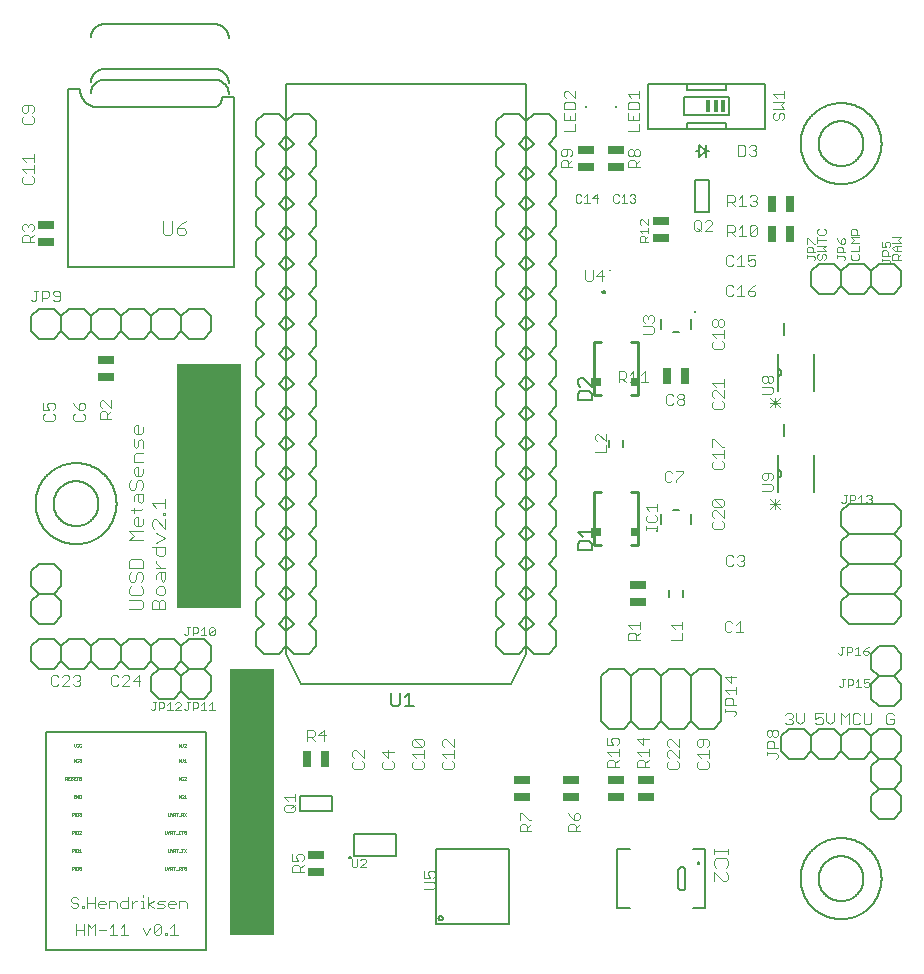
<source format=gto>
G75*
%MOIN*%
%OFA0B0*%
%FSLAX25Y25*%
%IPPOS*%
%LPD*%
%AMOC8*
5,1,8,0,0,1.08239X$1,22.5*
%
%ADD10C,0.00400*%
%ADD11R,0.21250X0.81750*%
%ADD12R,0.15000X0.88750*%
%ADD13C,0.00300*%
%ADD14C,0.00200*%
%ADD15C,0.00800*%
%ADD16C,0.01000*%
%ADD17C,0.00600*%
%ADD18R,0.00787X0.00787*%
%ADD19R,0.02559X0.05512*%
%ADD20R,0.05512X0.02559*%
%ADD21R,0.01500X0.04000*%
%ADD22C,0.00500*%
%ADD23C,0.00000*%
%ADD24C,0.01000*%
%ADD25R,0.01969X0.02953*%
D10*
X0061029Y0169780D02*
X0064866Y0169780D01*
X0065633Y0170547D01*
X0065633Y0172082D01*
X0064866Y0172849D01*
X0061029Y0172849D01*
X0061797Y0174383D02*
X0064866Y0174383D01*
X0065633Y0175151D01*
X0065633Y0176685D01*
X0064866Y0177453D01*
X0064866Y0178987D02*
X0065633Y0179755D01*
X0065633Y0181289D01*
X0064866Y0182057D01*
X0064099Y0182057D01*
X0063331Y0181289D01*
X0063331Y0179755D01*
X0062564Y0178987D01*
X0061797Y0178987D01*
X0061029Y0179755D01*
X0061029Y0181289D01*
X0061797Y0182057D01*
X0061029Y0183591D02*
X0061029Y0185893D01*
X0061797Y0186661D01*
X0064866Y0186661D01*
X0065633Y0185893D01*
X0065633Y0183591D01*
X0061029Y0183591D01*
X0061797Y0177453D02*
X0061029Y0176685D01*
X0061029Y0175151D01*
X0061797Y0174383D01*
X0068529Y0172082D02*
X0068529Y0169780D01*
X0073133Y0169780D01*
X0073133Y0172082D01*
X0072366Y0172849D01*
X0071599Y0172849D01*
X0070831Y0172082D01*
X0070831Y0169780D01*
X0070831Y0172082D02*
X0070064Y0172849D01*
X0069297Y0172849D01*
X0068529Y0172082D01*
X0070831Y0174383D02*
X0072366Y0174383D01*
X0073133Y0175151D01*
X0073133Y0176685D01*
X0072366Y0177453D01*
X0070831Y0177453D01*
X0070064Y0176685D01*
X0070064Y0175151D01*
X0070831Y0174383D01*
X0072366Y0178987D02*
X0071599Y0179755D01*
X0071599Y0182057D01*
X0070831Y0182057D02*
X0073133Y0182057D01*
X0073133Y0179755D01*
X0072366Y0178987D01*
X0070064Y0179755D02*
X0070064Y0181289D01*
X0070831Y0182057D01*
X0070064Y0183591D02*
X0073133Y0183591D01*
X0071599Y0183591D02*
X0070064Y0185126D01*
X0070064Y0185893D01*
X0070831Y0187428D02*
X0070064Y0188195D01*
X0070064Y0190497D01*
X0068529Y0190497D02*
X0073133Y0190497D01*
X0073133Y0188195D01*
X0072366Y0187428D01*
X0070831Y0187428D01*
X0070064Y0192032D02*
X0073133Y0193566D01*
X0070064Y0195101D01*
X0069297Y0196636D02*
X0068529Y0197403D01*
X0068529Y0198938D01*
X0069297Y0199705D01*
X0070064Y0199705D01*
X0073133Y0196636D01*
X0073133Y0199705D01*
X0073133Y0201240D02*
X0073133Y0202007D01*
X0072366Y0202007D01*
X0072366Y0201240D01*
X0073133Y0201240D01*
X0073133Y0203542D02*
X0073133Y0206611D01*
X0073133Y0205076D02*
X0068529Y0205076D01*
X0070064Y0203542D01*
X0065633Y0203542D02*
X0064866Y0202774D01*
X0061797Y0202774D01*
X0062564Y0202007D02*
X0062564Y0203542D01*
X0062564Y0205844D02*
X0062564Y0207378D01*
X0063331Y0208146D01*
X0065633Y0208146D01*
X0065633Y0205844D01*
X0064866Y0205076D01*
X0064099Y0205844D01*
X0064099Y0208146D01*
X0064866Y0209680D02*
X0065633Y0210448D01*
X0065633Y0211982D01*
X0064866Y0212750D01*
X0064099Y0212750D01*
X0063331Y0211982D01*
X0063331Y0210448D01*
X0062564Y0209680D01*
X0061797Y0209680D01*
X0061029Y0210448D01*
X0061029Y0211982D01*
X0061797Y0212750D01*
X0063331Y0214284D02*
X0062564Y0215051D01*
X0062564Y0216586D01*
X0063331Y0217353D01*
X0064099Y0217353D01*
X0064099Y0214284D01*
X0064866Y0214284D02*
X0063331Y0214284D01*
X0064866Y0214284D02*
X0065633Y0215051D01*
X0065633Y0216586D01*
X0065633Y0218888D02*
X0062564Y0218888D01*
X0062564Y0221190D01*
X0063331Y0221957D01*
X0065633Y0221957D01*
X0065633Y0223492D02*
X0065633Y0225794D01*
X0064866Y0226561D01*
X0064099Y0225794D01*
X0064099Y0224259D01*
X0063331Y0223492D01*
X0062564Y0224259D01*
X0062564Y0226561D01*
X0063331Y0228096D02*
X0062564Y0228863D01*
X0062564Y0230398D01*
X0063331Y0231165D01*
X0064099Y0231165D01*
X0064099Y0228096D01*
X0064866Y0228096D02*
X0063331Y0228096D01*
X0064866Y0228096D02*
X0065633Y0228863D01*
X0065633Y0230398D01*
X0064099Y0200472D02*
X0064099Y0197403D01*
X0064866Y0197403D02*
X0063331Y0197403D01*
X0062564Y0198170D01*
X0062564Y0199705D01*
X0063331Y0200472D01*
X0064099Y0200472D01*
X0065633Y0199705D02*
X0065633Y0198170D01*
X0064866Y0197403D01*
X0065633Y0195868D02*
X0061029Y0195868D01*
X0062564Y0194334D01*
X0061029Y0192799D01*
X0065633Y0192799D01*
X0037401Y0272400D02*
X0038002Y0273001D01*
X0038002Y0275403D01*
X0037401Y0276003D01*
X0036200Y0276003D01*
X0035600Y0275403D01*
X0035600Y0274802D01*
X0036200Y0274202D01*
X0038002Y0274202D01*
X0037401Y0272400D02*
X0036200Y0272400D01*
X0035600Y0273001D01*
X0034319Y0274202D02*
X0034319Y0275403D01*
X0033718Y0276003D01*
X0031916Y0276003D01*
X0031916Y0272400D01*
X0031916Y0273601D02*
X0033718Y0273601D01*
X0034319Y0274202D01*
X0030635Y0276003D02*
X0029434Y0276003D01*
X0030035Y0276003D02*
X0030035Y0273001D01*
X0029434Y0272400D01*
X0028834Y0272400D01*
X0028233Y0273001D01*
X0072259Y0295229D02*
X0073026Y0294462D01*
X0074560Y0294462D01*
X0075328Y0295229D01*
X0075328Y0299066D01*
X0076862Y0296764D02*
X0079164Y0296764D01*
X0079932Y0295996D01*
X0079932Y0295229D01*
X0079164Y0294462D01*
X0077630Y0294462D01*
X0076862Y0295229D01*
X0076862Y0296764D01*
X0078397Y0298298D01*
X0079932Y0299066D01*
X0072259Y0299066D02*
X0072259Y0295229D01*
X0259780Y0147068D02*
X0261582Y0145267D01*
X0261582Y0147669D01*
X0263383Y0147068D02*
X0259780Y0147068D01*
X0263383Y0143986D02*
X0263383Y0141584D01*
X0263383Y0142785D02*
X0259780Y0142785D01*
X0260981Y0141584D01*
X0260381Y0140303D02*
X0261582Y0140303D01*
X0262182Y0139702D01*
X0262182Y0137901D01*
X0263383Y0137901D02*
X0259780Y0137901D01*
X0259780Y0139702D01*
X0260381Y0140303D01*
X0259780Y0136619D02*
X0259780Y0135418D01*
X0259780Y0136019D02*
X0262783Y0136019D01*
X0263383Y0135418D01*
X0263383Y0134818D01*
X0262783Y0134217D01*
X0273580Y0129068D02*
X0273580Y0127867D01*
X0274181Y0127266D01*
X0274781Y0127266D01*
X0275382Y0127867D01*
X0275382Y0129068D01*
X0275982Y0129668D01*
X0276583Y0129668D01*
X0277183Y0129068D01*
X0277183Y0127867D01*
X0276583Y0127266D01*
X0275982Y0127266D01*
X0275382Y0127867D01*
X0275382Y0129068D02*
X0274781Y0129668D01*
X0274181Y0129668D01*
X0273580Y0129068D01*
X0274181Y0125985D02*
X0275382Y0125985D01*
X0275982Y0125385D01*
X0275982Y0123583D01*
X0277183Y0123583D02*
X0273580Y0123583D01*
X0273580Y0125385D01*
X0274181Y0125985D01*
X0273580Y0122302D02*
X0273580Y0121101D01*
X0273580Y0121702D02*
X0276583Y0121702D01*
X0277183Y0121101D01*
X0277183Y0120501D01*
X0276583Y0119900D01*
X0260637Y0089800D02*
X0260637Y0088265D01*
X0260637Y0089033D02*
X0256033Y0089033D01*
X0256033Y0089800D02*
X0256033Y0088265D01*
X0256801Y0086731D02*
X0256033Y0085963D01*
X0256033Y0084429D01*
X0256801Y0083661D01*
X0256033Y0082127D02*
X0259103Y0079058D01*
X0259870Y0079058D01*
X0260637Y0079825D01*
X0260637Y0081359D01*
X0259870Y0082127D01*
X0259870Y0083661D02*
X0260637Y0084429D01*
X0260637Y0085963D01*
X0259870Y0086731D01*
X0256801Y0086731D01*
X0256033Y0082127D02*
X0256033Y0079058D01*
X0272030Y0209100D02*
X0275033Y0209100D01*
X0275633Y0209701D01*
X0275633Y0210902D01*
X0275033Y0211502D01*
X0272030Y0211502D01*
X0272631Y0212783D02*
X0273231Y0212783D01*
X0273832Y0213384D01*
X0273832Y0215185D01*
X0275033Y0215185D02*
X0272631Y0215185D01*
X0272030Y0214585D01*
X0272030Y0213384D01*
X0272631Y0212783D01*
X0275033Y0212783D02*
X0275633Y0213384D01*
X0275633Y0214585D01*
X0275033Y0215185D01*
X0275033Y0241600D02*
X0275633Y0242201D01*
X0275633Y0243402D01*
X0275033Y0244002D01*
X0272030Y0244002D01*
X0272631Y0245283D02*
X0273231Y0245283D01*
X0273832Y0245884D01*
X0273832Y0247085D01*
X0274432Y0247685D01*
X0275033Y0247685D01*
X0275633Y0247085D01*
X0275633Y0245884D01*
X0275033Y0245283D01*
X0274432Y0245283D01*
X0273832Y0245884D01*
X0273832Y0247085D02*
X0273231Y0247685D01*
X0272631Y0247685D01*
X0272030Y0247085D01*
X0272030Y0245884D01*
X0272631Y0245283D01*
X0272030Y0241600D02*
X0275033Y0241600D01*
X0276381Y0332901D02*
X0276981Y0332901D01*
X0277582Y0333501D01*
X0277582Y0334702D01*
X0278182Y0335303D01*
X0278783Y0335303D01*
X0279383Y0334702D01*
X0279383Y0333501D01*
X0278783Y0332901D01*
X0276381Y0332901D02*
X0275780Y0333501D01*
X0275780Y0334702D01*
X0276381Y0335303D01*
X0275780Y0336584D02*
X0279383Y0336584D01*
X0278182Y0337785D01*
X0279383Y0338986D01*
X0275780Y0338986D01*
X0276981Y0340267D02*
X0275780Y0341468D01*
X0279383Y0341468D01*
X0279383Y0340267D02*
X0279383Y0342669D01*
D11*
X0087708Y0210875D03*
D12*
X0102083Y0105625D03*
D13*
X0112604Y0107091D02*
X0113839Y0105857D01*
X0113221Y0104642D02*
X0115690Y0104642D01*
X0116307Y0104025D01*
X0116307Y0102791D01*
X0115690Y0102173D01*
X0113221Y0102173D01*
X0112604Y0102791D01*
X0112604Y0104025D01*
X0113221Y0104642D01*
X0115073Y0103408D02*
X0116307Y0104642D01*
X0116307Y0105857D02*
X0116307Y0108325D01*
X0116307Y0107091D02*
X0112604Y0107091D01*
X0115480Y0088302D02*
X0115480Y0085833D01*
X0117332Y0085833D01*
X0116715Y0087068D01*
X0116715Y0087685D01*
X0117332Y0088302D01*
X0118566Y0088302D01*
X0119183Y0087685D01*
X0119183Y0086450D01*
X0118566Y0085833D01*
X0119183Y0084619D02*
X0117949Y0083384D01*
X0117949Y0084002D02*
X0117949Y0082150D01*
X0119183Y0082150D02*
X0115480Y0082150D01*
X0115480Y0084002D01*
X0116097Y0084619D01*
X0117332Y0084619D01*
X0117949Y0084002D01*
X0135196Y0084197D02*
X0135680Y0083713D01*
X0136647Y0083713D01*
X0137131Y0084197D01*
X0137131Y0086615D01*
X0138142Y0086132D02*
X0138626Y0086615D01*
X0139594Y0086615D01*
X0140077Y0086132D01*
X0140077Y0085648D01*
X0138142Y0083713D01*
X0140077Y0083713D01*
X0135196Y0084197D02*
X0135196Y0086615D01*
X0159336Y0082686D02*
X0159336Y0080217D01*
X0161188Y0080217D01*
X0160571Y0081451D01*
X0160571Y0082068D01*
X0161188Y0082686D01*
X0162422Y0082686D01*
X0163040Y0082068D01*
X0163040Y0080834D01*
X0162422Y0080217D01*
X0162422Y0079002D02*
X0159336Y0079002D01*
X0159336Y0076534D02*
X0162422Y0076534D01*
X0163040Y0077151D01*
X0163040Y0078385D01*
X0162422Y0079002D01*
X0191230Y0095784D02*
X0191230Y0097635D01*
X0191847Y0098252D01*
X0193082Y0098252D01*
X0193699Y0097635D01*
X0193699Y0095784D01*
X0193699Y0097018D02*
X0194933Y0098252D01*
X0194933Y0099467D02*
X0194316Y0099467D01*
X0191847Y0101936D01*
X0191230Y0101936D01*
X0191230Y0099467D01*
X0191230Y0095784D02*
X0194933Y0095784D01*
X0207480Y0095784D02*
X0207480Y0097635D01*
X0208097Y0098252D01*
X0209332Y0098252D01*
X0209949Y0097635D01*
X0209949Y0095784D01*
X0209949Y0097018D02*
X0211183Y0098252D01*
X0210566Y0099467D02*
X0211183Y0100084D01*
X0211183Y0101318D01*
X0210566Y0101936D01*
X0209949Y0101936D01*
X0209332Y0101318D01*
X0209332Y0099467D01*
X0210566Y0099467D01*
X0209332Y0099467D02*
X0208097Y0100701D01*
X0207480Y0101936D01*
X0207480Y0095784D02*
X0211183Y0095784D01*
X0220480Y0117150D02*
X0220480Y0119002D01*
X0221097Y0119619D01*
X0222332Y0119619D01*
X0222949Y0119002D01*
X0222949Y0117150D01*
X0224183Y0117150D02*
X0220480Y0117150D01*
X0222949Y0118384D02*
X0224183Y0119619D01*
X0224183Y0120833D02*
X0224183Y0123302D01*
X0224183Y0122068D02*
X0220480Y0122068D01*
X0221715Y0120833D01*
X0222332Y0124516D02*
X0221715Y0125751D01*
X0221715Y0126368D01*
X0222332Y0126985D01*
X0223566Y0126985D01*
X0224183Y0126368D01*
X0224183Y0125133D01*
X0223566Y0124516D01*
X0222332Y0124516D02*
X0220480Y0124516D01*
X0220480Y0126985D01*
X0230480Y0126368D02*
X0232332Y0124516D01*
X0232332Y0126985D01*
X0234183Y0126368D02*
X0230480Y0126368D01*
X0230480Y0122068D02*
X0234183Y0122068D01*
X0234183Y0123302D02*
X0234183Y0120833D01*
X0234183Y0119619D02*
X0232949Y0118384D01*
X0232949Y0119002D02*
X0232949Y0117150D01*
X0234183Y0117150D02*
X0230480Y0117150D01*
X0230480Y0119002D01*
X0231097Y0119619D01*
X0232332Y0119619D01*
X0232949Y0119002D01*
X0231715Y0120833D02*
X0230480Y0122068D01*
X0240480Y0122185D02*
X0240480Y0120950D01*
X0241097Y0120333D01*
X0241097Y0119119D02*
X0240480Y0118502D01*
X0240480Y0117267D01*
X0241097Y0116650D01*
X0243566Y0116650D01*
X0244183Y0117267D01*
X0244183Y0118502D01*
X0243566Y0119119D01*
X0244183Y0120333D02*
X0241715Y0122802D01*
X0241097Y0122802D01*
X0240480Y0122185D01*
X0241097Y0124016D02*
X0240480Y0124633D01*
X0240480Y0125868D01*
X0241097Y0126485D01*
X0241715Y0126485D01*
X0244183Y0124016D01*
X0244183Y0126485D01*
X0244183Y0122802D02*
X0244183Y0120333D01*
X0250480Y0121568D02*
X0251715Y0120333D01*
X0251097Y0119119D02*
X0250480Y0118502D01*
X0250480Y0117267D01*
X0251097Y0116650D01*
X0253566Y0116650D01*
X0254183Y0117267D01*
X0254183Y0118502D01*
X0253566Y0119119D01*
X0254183Y0120333D02*
X0254183Y0122802D01*
X0254183Y0121568D02*
X0250480Y0121568D01*
X0251097Y0124016D02*
X0251715Y0124016D01*
X0252332Y0124633D01*
X0252332Y0126485D01*
X0253566Y0126485D02*
X0251097Y0126485D01*
X0250480Y0125868D01*
X0250480Y0124633D01*
X0251097Y0124016D01*
X0253566Y0124016D02*
X0254183Y0124633D01*
X0254183Y0125868D01*
X0253566Y0126485D01*
X0279733Y0132017D02*
X0280351Y0131400D01*
X0281585Y0131400D01*
X0282202Y0132017D01*
X0282202Y0132634D01*
X0281585Y0133252D01*
X0280968Y0133252D01*
X0281585Y0133252D02*
X0282202Y0133869D01*
X0282202Y0134486D01*
X0281585Y0135103D01*
X0280351Y0135103D01*
X0279733Y0134486D01*
X0283416Y0135103D02*
X0283416Y0132634D01*
X0284651Y0131400D01*
X0285885Y0132634D01*
X0285885Y0135103D01*
X0289733Y0135103D02*
X0289733Y0133252D01*
X0290968Y0133869D01*
X0291585Y0133869D01*
X0292202Y0133252D01*
X0292202Y0132017D01*
X0291585Y0131400D01*
X0290351Y0131400D01*
X0289733Y0132017D01*
X0289733Y0135103D02*
X0292202Y0135103D01*
X0293416Y0135103D02*
X0293416Y0132634D01*
X0294651Y0131400D01*
X0295885Y0132634D01*
X0295885Y0135103D01*
X0298483Y0135103D02*
X0298483Y0131400D01*
X0300952Y0131400D02*
X0300952Y0135103D01*
X0299718Y0133869D01*
X0298483Y0135103D01*
X0302166Y0134486D02*
X0302166Y0132017D01*
X0302784Y0131400D01*
X0304018Y0131400D01*
X0304635Y0132017D01*
X0305850Y0132017D02*
X0306467Y0131400D01*
X0307701Y0131400D01*
X0308318Y0132017D01*
X0308318Y0135103D01*
X0305850Y0135103D02*
X0305850Y0132017D01*
X0304635Y0134486D02*
X0304018Y0135103D01*
X0302784Y0135103D01*
X0302166Y0134486D01*
X0313483Y0134486D02*
X0313483Y0132017D01*
X0314101Y0131400D01*
X0315335Y0131400D01*
X0315952Y0132017D01*
X0315952Y0133252D01*
X0314718Y0133252D01*
X0315952Y0134486D02*
X0315335Y0135103D01*
X0314101Y0135103D01*
X0313483Y0134486D01*
X0307372Y0143700D02*
X0306471Y0143700D01*
X0306021Y0144150D01*
X0306021Y0145051D02*
X0306922Y0145502D01*
X0307372Y0145502D01*
X0307822Y0145051D01*
X0307822Y0144150D01*
X0307372Y0143700D01*
X0306021Y0145051D02*
X0306021Y0146402D01*
X0307822Y0146402D01*
X0304159Y0146402D02*
X0304159Y0143700D01*
X0303259Y0143700D02*
X0305060Y0143700D01*
X0303259Y0145502D02*
X0304159Y0146402D01*
X0302298Y0145952D02*
X0302298Y0145051D01*
X0301847Y0144601D01*
X0300496Y0144601D01*
X0300496Y0143700D02*
X0300496Y0146402D01*
X0301847Y0146402D01*
X0302298Y0145952D01*
X0299535Y0146402D02*
X0298635Y0146402D01*
X0299085Y0146402D02*
X0299085Y0144150D01*
X0298635Y0143700D01*
X0298184Y0143700D01*
X0297734Y0144150D01*
X0297884Y0154650D02*
X0298335Y0154650D01*
X0298785Y0155100D01*
X0298785Y0157352D01*
X0298335Y0157352D02*
X0299235Y0157352D01*
X0300196Y0157352D02*
X0301547Y0157352D01*
X0301998Y0156902D01*
X0301998Y0156001D01*
X0301547Y0155551D01*
X0300196Y0155551D01*
X0300196Y0154650D02*
X0300196Y0157352D01*
X0302959Y0156452D02*
X0303859Y0157352D01*
X0303859Y0154650D01*
X0302959Y0154650D02*
X0304760Y0154650D01*
X0305721Y0155100D02*
X0306171Y0154650D01*
X0307072Y0154650D01*
X0307522Y0155100D01*
X0307522Y0155551D01*
X0307072Y0156001D01*
X0305721Y0156001D01*
X0305721Y0155100D01*
X0305721Y0156001D02*
X0306622Y0156902D01*
X0307522Y0157352D01*
X0297884Y0154650D02*
X0297434Y0155100D01*
X0265769Y0162150D02*
X0263300Y0162150D01*
X0264535Y0162150D02*
X0264535Y0165853D01*
X0263300Y0164619D01*
X0262086Y0165236D02*
X0261469Y0165853D01*
X0260234Y0165853D01*
X0259617Y0165236D01*
X0259617Y0162767D01*
X0260234Y0162150D01*
X0261469Y0162150D01*
X0262086Y0162767D01*
X0245433Y0163217D02*
X0245433Y0165686D01*
X0245433Y0164451D02*
X0241730Y0164451D01*
X0242965Y0163217D01*
X0245433Y0162002D02*
X0245433Y0159534D01*
X0241730Y0159534D01*
X0231183Y0159534D02*
X0227480Y0159534D01*
X0227480Y0161385D01*
X0228097Y0162002D01*
X0229332Y0162002D01*
X0229949Y0161385D01*
X0229949Y0159534D01*
X0229949Y0160768D02*
X0231183Y0162002D01*
X0231183Y0163217D02*
X0231183Y0165686D01*
X0231183Y0164451D02*
X0227480Y0164451D01*
X0228715Y0163217D01*
X0259983Y0184767D02*
X0259983Y0187236D01*
X0260601Y0187853D01*
X0261835Y0187853D01*
X0262452Y0187236D01*
X0263666Y0187236D02*
X0264284Y0187853D01*
X0265518Y0187853D01*
X0266135Y0187236D01*
X0266135Y0186619D01*
X0265518Y0186002D01*
X0266135Y0185384D01*
X0266135Y0184767D01*
X0265518Y0184150D01*
X0264284Y0184150D01*
X0263666Y0184767D01*
X0262452Y0184767D02*
X0261835Y0184150D01*
X0260601Y0184150D01*
X0259983Y0184767D01*
X0264901Y0186002D02*
X0265518Y0186002D01*
X0258566Y0196650D02*
X0256097Y0196650D01*
X0255480Y0197267D01*
X0255480Y0198502D01*
X0256097Y0199119D01*
X0256097Y0200333D02*
X0255480Y0200950D01*
X0255480Y0202185D01*
X0256097Y0202802D01*
X0256715Y0202802D01*
X0259183Y0200333D01*
X0259183Y0202802D01*
X0258566Y0204016D02*
X0256097Y0206485D01*
X0258566Y0206485D01*
X0259183Y0205868D01*
X0259183Y0204633D01*
X0258566Y0204016D01*
X0256097Y0204016D01*
X0255480Y0204633D01*
X0255480Y0205868D01*
X0256097Y0206485D01*
X0258566Y0199119D02*
X0259183Y0198502D01*
X0259183Y0197267D01*
X0258566Y0196650D01*
X0274763Y0203350D02*
X0277899Y0206486D01*
X0276331Y0206486D02*
X0276331Y0203350D01*
X0277899Y0203350D02*
X0274763Y0206486D01*
X0274763Y0204918D02*
X0277899Y0204918D01*
X0259183Y0217267D02*
X0259183Y0218502D01*
X0258566Y0219119D01*
X0259183Y0220333D02*
X0259183Y0222802D01*
X0259183Y0224016D02*
X0258566Y0224016D01*
X0256097Y0226485D01*
X0255480Y0226485D01*
X0255480Y0224016D01*
X0255480Y0221568D02*
X0259183Y0221568D01*
X0256715Y0220333D02*
X0255480Y0221568D01*
X0256097Y0219119D02*
X0255480Y0218502D01*
X0255480Y0217267D01*
X0256097Y0216650D01*
X0258566Y0216650D01*
X0259183Y0217267D01*
X0245769Y0215853D02*
X0245769Y0215236D01*
X0243300Y0212767D01*
X0243300Y0212150D01*
X0242086Y0212767D02*
X0241469Y0212150D01*
X0240234Y0212150D01*
X0239617Y0212767D01*
X0239617Y0215236D01*
X0240234Y0215853D01*
X0241469Y0215853D01*
X0242086Y0215236D01*
X0243300Y0215853D02*
X0245769Y0215853D01*
X0236933Y0204936D02*
X0236933Y0202467D01*
X0236933Y0203701D02*
X0233230Y0203701D01*
X0234465Y0202467D01*
X0233847Y0201252D02*
X0233230Y0200635D01*
X0233230Y0199401D01*
X0233847Y0198784D01*
X0236316Y0198784D01*
X0236933Y0199401D01*
X0236933Y0200635D01*
X0236316Y0201252D01*
X0236933Y0197563D02*
X0236933Y0196328D01*
X0236933Y0196945D02*
X0233230Y0196945D01*
X0233230Y0196328D02*
X0233230Y0197563D01*
X0219933Y0222150D02*
X0216230Y0222150D01*
X0219933Y0222150D02*
X0219933Y0224619D01*
X0219933Y0225833D02*
X0217465Y0228302D01*
X0216847Y0228302D01*
X0216230Y0227685D01*
X0216230Y0226450D01*
X0216847Y0225833D01*
X0219933Y0225833D02*
X0219933Y0228302D01*
X0239983Y0238517D02*
X0240601Y0237900D01*
X0241835Y0237900D01*
X0242452Y0238517D01*
X0243666Y0238517D02*
X0243666Y0239134D01*
X0244284Y0239752D01*
X0245518Y0239752D01*
X0246135Y0239134D01*
X0246135Y0238517D01*
X0245518Y0237900D01*
X0244284Y0237900D01*
X0243666Y0238517D01*
X0244284Y0239752D02*
X0243666Y0240369D01*
X0243666Y0240986D01*
X0244284Y0241603D01*
X0245518Y0241603D01*
X0246135Y0240986D01*
X0246135Y0240369D01*
X0245518Y0239752D01*
X0242452Y0240986D02*
X0241835Y0241603D01*
X0240601Y0241603D01*
X0239983Y0240986D01*
X0239983Y0238517D01*
X0234068Y0245400D02*
X0231600Y0245400D01*
X0230385Y0245400D02*
X0227916Y0245400D01*
X0226702Y0245400D02*
X0225468Y0246634D01*
X0226085Y0246634D02*
X0224233Y0246634D01*
X0224233Y0245400D02*
X0224233Y0249103D01*
X0226085Y0249103D01*
X0226702Y0248486D01*
X0226702Y0247252D01*
X0226085Y0246634D01*
X0227916Y0247869D02*
X0229151Y0249103D01*
X0229151Y0245400D01*
X0231600Y0247869D02*
X0232834Y0249103D01*
X0232834Y0245400D01*
X0232230Y0261650D02*
X0235316Y0261650D01*
X0235933Y0262267D01*
X0235933Y0263502D01*
X0235316Y0264119D01*
X0232230Y0264119D01*
X0232847Y0265333D02*
X0232230Y0265950D01*
X0232230Y0267185D01*
X0232847Y0267802D01*
X0233465Y0267802D01*
X0234082Y0267185D01*
X0234699Y0267802D01*
X0235316Y0267802D01*
X0235933Y0267185D01*
X0235933Y0265950D01*
X0235316Y0265333D01*
X0234082Y0266568D02*
X0234082Y0267185D01*
X0218644Y0279087D02*
X0218644Y0282790D01*
X0216792Y0280939D01*
X0219261Y0280939D01*
X0215578Y0279704D02*
X0215578Y0282790D01*
X0213109Y0282790D02*
X0213109Y0279704D01*
X0213727Y0279087D01*
X0214961Y0279087D01*
X0215578Y0279704D01*
X0249257Y0296393D02*
X0249874Y0295776D01*
X0251108Y0295776D01*
X0251726Y0296393D01*
X0251726Y0298862D01*
X0251108Y0299479D01*
X0249874Y0299479D01*
X0249257Y0298862D01*
X0249257Y0296393D01*
X0250491Y0297010D02*
X0251726Y0295776D01*
X0252940Y0295776D02*
X0255409Y0298245D01*
X0255409Y0298862D01*
X0254792Y0299479D01*
X0253557Y0299479D01*
X0252940Y0298862D01*
X0252940Y0295776D02*
X0255409Y0295776D01*
X0260483Y0295384D02*
X0262335Y0295384D01*
X0262952Y0296002D01*
X0262952Y0297236D01*
X0262335Y0297853D01*
X0260483Y0297853D01*
X0260483Y0294150D01*
X0261718Y0295384D02*
X0262952Y0294150D01*
X0264166Y0294150D02*
X0266635Y0294150D01*
X0265401Y0294150D02*
X0265401Y0297853D01*
X0264166Y0296619D01*
X0267850Y0297236D02*
X0267850Y0294767D01*
X0270318Y0297236D01*
X0270318Y0294767D01*
X0269701Y0294150D01*
X0268467Y0294150D01*
X0267850Y0294767D01*
X0267850Y0297236D02*
X0268467Y0297853D01*
X0269701Y0297853D01*
X0270318Y0297236D01*
X0269701Y0304150D02*
X0268467Y0304150D01*
X0267850Y0304767D01*
X0266635Y0304150D02*
X0264166Y0304150D01*
X0262952Y0304150D02*
X0261718Y0305384D01*
X0262335Y0305384D02*
X0260483Y0305384D01*
X0260483Y0304150D02*
X0260483Y0307853D01*
X0262335Y0307853D01*
X0262952Y0307236D01*
X0262952Y0306002D01*
X0262335Y0305384D01*
X0264166Y0306619D02*
X0265401Y0307853D01*
X0265401Y0304150D01*
X0267850Y0307236D02*
X0268467Y0307853D01*
X0269701Y0307853D01*
X0270318Y0307236D01*
X0270318Y0306619D01*
X0269701Y0306002D01*
X0270318Y0305384D01*
X0270318Y0304767D01*
X0269701Y0304150D01*
X0269701Y0306002D02*
X0269084Y0306002D01*
X0269518Y0320900D02*
X0268284Y0320900D01*
X0267666Y0321517D01*
X0266452Y0321517D02*
X0266452Y0323986D01*
X0265835Y0324603D01*
X0263983Y0324603D01*
X0263983Y0320900D01*
X0265835Y0320900D01*
X0266452Y0321517D01*
X0268901Y0322752D02*
X0269518Y0322752D01*
X0270135Y0322134D01*
X0270135Y0321517D01*
X0269518Y0320900D01*
X0269518Y0322752D02*
X0270135Y0323369D01*
X0270135Y0323986D01*
X0269518Y0324603D01*
X0268284Y0324603D01*
X0267666Y0323986D01*
X0287031Y0293426D02*
X0287481Y0293426D01*
X0289283Y0291625D01*
X0289733Y0291625D01*
X0288382Y0290664D02*
X0288833Y0290213D01*
X0288833Y0288862D01*
X0289733Y0288862D02*
X0287031Y0288862D01*
X0287031Y0290213D01*
X0287481Y0290664D01*
X0288382Y0290664D01*
X0287031Y0291625D02*
X0287031Y0293426D01*
X0287031Y0287902D02*
X0287031Y0287001D01*
X0287031Y0287451D02*
X0289283Y0287451D01*
X0289733Y0287001D01*
X0289733Y0286550D01*
X0289283Y0286100D01*
X0297031Y0287001D02*
X0297031Y0287902D01*
X0297031Y0287451D02*
X0299283Y0287451D01*
X0299733Y0287001D01*
X0299733Y0286550D01*
X0299283Y0286100D01*
X0299733Y0288862D02*
X0297031Y0288862D01*
X0297031Y0290213D01*
X0297481Y0290664D01*
X0298382Y0290664D01*
X0298833Y0290213D01*
X0298833Y0288862D01*
X0299283Y0291625D02*
X0299733Y0292075D01*
X0299733Y0292976D01*
X0299283Y0293426D01*
X0298833Y0293426D01*
X0298382Y0292976D01*
X0298382Y0291625D01*
X0299283Y0291625D01*
X0298382Y0291625D02*
X0297481Y0292525D01*
X0297031Y0293426D01*
X0312031Y0292176D02*
X0312031Y0290375D01*
X0313382Y0290375D01*
X0312932Y0291275D01*
X0312932Y0291726D01*
X0313382Y0292176D01*
X0314283Y0292176D01*
X0314733Y0291726D01*
X0314733Y0290825D01*
X0314283Y0290375D01*
X0313382Y0289414D02*
X0313833Y0288963D01*
X0313833Y0287612D01*
X0314733Y0287612D02*
X0312031Y0287612D01*
X0312031Y0288963D01*
X0312481Y0289414D01*
X0313382Y0289414D01*
X0312031Y0286652D02*
X0312031Y0285751D01*
X0312031Y0286201D02*
X0314283Y0286201D01*
X0314733Y0285751D01*
X0314733Y0285300D01*
X0314283Y0284850D01*
X0269818Y0284767D02*
X0269201Y0284150D01*
X0267967Y0284150D01*
X0267350Y0284767D01*
X0267350Y0286002D02*
X0268584Y0286619D01*
X0269201Y0286619D01*
X0269818Y0286002D01*
X0269818Y0284767D01*
X0267350Y0286002D02*
X0267350Y0287853D01*
X0269818Y0287853D01*
X0264901Y0287853D02*
X0264901Y0284150D01*
X0266135Y0284150D02*
X0263666Y0284150D01*
X0262452Y0284767D02*
X0261835Y0284150D01*
X0260601Y0284150D01*
X0259983Y0284767D01*
X0259983Y0287236D01*
X0260601Y0287853D01*
X0261835Y0287853D01*
X0262452Y0287236D01*
X0263666Y0286619D02*
X0264901Y0287853D01*
X0264901Y0277853D02*
X0264901Y0274150D01*
X0266135Y0274150D02*
X0263666Y0274150D01*
X0262452Y0274767D02*
X0261835Y0274150D01*
X0260601Y0274150D01*
X0259983Y0274767D01*
X0259983Y0277236D01*
X0260601Y0277853D01*
X0261835Y0277853D01*
X0262452Y0277236D01*
X0263666Y0276619D02*
X0264901Y0277853D01*
X0267350Y0276002D02*
X0269201Y0276002D01*
X0269818Y0275384D01*
X0269818Y0274767D01*
X0269201Y0274150D01*
X0267967Y0274150D01*
X0267350Y0274767D01*
X0267350Y0276002D01*
X0268584Y0277236D01*
X0269818Y0277853D01*
X0258566Y0266485D02*
X0257949Y0266485D01*
X0257332Y0265868D01*
X0257332Y0264633D01*
X0256715Y0264016D01*
X0256097Y0264016D01*
X0255480Y0264633D01*
X0255480Y0265868D01*
X0256097Y0266485D01*
X0256715Y0266485D01*
X0257332Y0265868D01*
X0257332Y0264633D02*
X0257949Y0264016D01*
X0258566Y0264016D01*
X0259183Y0264633D01*
X0259183Y0265868D01*
X0258566Y0266485D01*
X0259183Y0262802D02*
X0259183Y0260333D01*
X0259183Y0261568D02*
X0255480Y0261568D01*
X0256715Y0260333D01*
X0256097Y0259119D02*
X0255480Y0258502D01*
X0255480Y0257267D01*
X0256097Y0256650D01*
X0258566Y0256650D01*
X0259183Y0257267D01*
X0259183Y0258502D01*
X0258566Y0259119D01*
X0259183Y0246485D02*
X0259183Y0244016D01*
X0259183Y0242802D02*
X0259183Y0240333D01*
X0256715Y0242802D01*
X0256097Y0242802D01*
X0255480Y0242185D01*
X0255480Y0240950D01*
X0256097Y0240333D01*
X0256097Y0239119D02*
X0255480Y0238502D01*
X0255480Y0237267D01*
X0256097Y0236650D01*
X0258566Y0236650D01*
X0259183Y0237267D01*
X0259183Y0238502D01*
X0258566Y0239119D01*
X0256715Y0244016D02*
X0255480Y0245251D01*
X0259183Y0245251D01*
X0274763Y0240236D02*
X0277899Y0237100D01*
X0276331Y0237100D02*
X0276331Y0240236D01*
X0277899Y0240236D02*
X0274763Y0237100D01*
X0274763Y0238668D02*
X0277899Y0238668D01*
X0299384Y0207852D02*
X0300285Y0207852D01*
X0299834Y0207852D02*
X0299834Y0205600D01*
X0299384Y0205150D01*
X0298934Y0205150D01*
X0298483Y0205600D01*
X0301246Y0205150D02*
X0301246Y0207852D01*
X0302597Y0207852D01*
X0303047Y0207402D01*
X0303047Y0206501D01*
X0302597Y0206051D01*
X0301246Y0206051D01*
X0304008Y0206952D02*
X0304909Y0207852D01*
X0304909Y0205150D01*
X0304008Y0205150D02*
X0305810Y0205150D01*
X0306770Y0205600D02*
X0307221Y0205150D01*
X0308122Y0205150D01*
X0308572Y0205600D01*
X0308572Y0206051D01*
X0308122Y0206501D01*
X0307671Y0206501D01*
X0308122Y0206501D02*
X0308572Y0206952D01*
X0308572Y0207402D01*
X0308122Y0207852D01*
X0307221Y0207852D01*
X0306770Y0207402D01*
X0231183Y0317034D02*
X0227480Y0317034D01*
X0227480Y0318885D01*
X0228097Y0319502D01*
X0229332Y0319502D01*
X0229949Y0318885D01*
X0229949Y0317034D01*
X0229949Y0318268D02*
X0231183Y0319502D01*
X0230566Y0320717D02*
X0229949Y0320717D01*
X0229332Y0321334D01*
X0229332Y0322568D01*
X0229949Y0323186D01*
X0230566Y0323186D01*
X0231183Y0322568D01*
X0231183Y0321334D01*
X0230566Y0320717D01*
X0229332Y0321334D02*
X0228715Y0320717D01*
X0228097Y0320717D01*
X0227480Y0321334D01*
X0227480Y0322568D01*
X0228097Y0323186D01*
X0228715Y0323186D01*
X0229332Y0322568D01*
X0230933Y0329167D02*
X0227230Y0329167D01*
X0227230Y0332851D02*
X0230933Y0332851D01*
X0230933Y0335319D01*
X0230933Y0336534D02*
X0230933Y0338385D01*
X0230316Y0339002D01*
X0227847Y0339002D01*
X0227230Y0338385D01*
X0227230Y0336534D01*
X0230933Y0336534D01*
X0229082Y0334085D02*
X0229082Y0332851D01*
X0227230Y0332851D02*
X0227230Y0335319D01*
X0228465Y0340217D02*
X0227230Y0341451D01*
X0230933Y0341451D01*
X0230933Y0340217D02*
X0230933Y0342686D01*
X0230933Y0331636D02*
X0230933Y0329167D01*
X0209683Y0329167D02*
X0209683Y0331636D01*
X0209683Y0332851D02*
X0209683Y0335319D01*
X0209683Y0336534D02*
X0209683Y0338385D01*
X0209066Y0339002D01*
X0206597Y0339002D01*
X0205980Y0338385D01*
X0205980Y0336534D01*
X0209683Y0336534D01*
X0207832Y0334085D02*
X0207832Y0332851D01*
X0209683Y0332851D02*
X0205980Y0332851D01*
X0205980Y0335319D01*
X0206597Y0340217D02*
X0205980Y0340834D01*
X0205980Y0342068D01*
X0206597Y0342686D01*
X0207215Y0342686D01*
X0209683Y0340217D01*
X0209683Y0342686D01*
X0209683Y0329167D02*
X0205980Y0329167D01*
X0205597Y0323186D02*
X0204980Y0322568D01*
X0204980Y0321334D01*
X0205597Y0320717D01*
X0206215Y0320717D01*
X0206832Y0321334D01*
X0206832Y0323186D01*
X0208066Y0323186D02*
X0205597Y0323186D01*
X0208066Y0323186D02*
X0208683Y0322568D01*
X0208683Y0321334D01*
X0208066Y0320717D01*
X0208683Y0319502D02*
X0207449Y0318268D01*
X0207449Y0318885D02*
X0207449Y0317034D01*
X0208683Y0317034D02*
X0204980Y0317034D01*
X0204980Y0318885D01*
X0205597Y0319502D01*
X0206832Y0319502D01*
X0207449Y0318885D01*
X0054933Y0239436D02*
X0054933Y0236967D01*
X0052465Y0239436D01*
X0051847Y0239436D01*
X0051230Y0238818D01*
X0051230Y0237584D01*
X0051847Y0236967D01*
X0051847Y0235752D02*
X0053082Y0235752D01*
X0053699Y0235135D01*
X0053699Y0233284D01*
X0053699Y0234518D02*
X0054933Y0235752D01*
X0054933Y0233284D02*
X0051230Y0233284D01*
X0051230Y0235135D01*
X0051847Y0235752D01*
X0046183Y0236834D02*
X0046183Y0238068D01*
X0045566Y0238686D01*
X0044949Y0238686D01*
X0044332Y0238068D01*
X0044332Y0236217D01*
X0045566Y0236217D01*
X0046183Y0236834D01*
X0045566Y0235002D02*
X0046183Y0234385D01*
X0046183Y0233151D01*
X0045566Y0232534D01*
X0043097Y0232534D01*
X0042480Y0233151D01*
X0042480Y0234385D01*
X0043097Y0235002D01*
X0044332Y0236217D02*
X0043097Y0237451D01*
X0042480Y0238686D01*
X0036183Y0238068D02*
X0036183Y0236834D01*
X0035566Y0236217D01*
X0035566Y0235002D02*
X0036183Y0234385D01*
X0036183Y0233151D01*
X0035566Y0232534D01*
X0033097Y0232534D01*
X0032480Y0233151D01*
X0032480Y0234385D01*
X0033097Y0235002D01*
X0032480Y0236217D02*
X0034332Y0236217D01*
X0033715Y0237451D01*
X0033715Y0238068D01*
X0034332Y0238686D01*
X0035566Y0238686D01*
X0036183Y0238068D01*
X0032480Y0238686D02*
X0032480Y0236217D01*
X0029183Y0292150D02*
X0025480Y0292150D01*
X0025480Y0294002D01*
X0026097Y0294619D01*
X0027332Y0294619D01*
X0027949Y0294002D01*
X0027949Y0292150D01*
X0027949Y0293384D02*
X0029183Y0294619D01*
X0028566Y0295833D02*
X0029183Y0296450D01*
X0029183Y0297685D01*
X0028566Y0298302D01*
X0027949Y0298302D01*
X0027332Y0297685D01*
X0027332Y0297068D01*
X0027332Y0297685D02*
X0026715Y0298302D01*
X0026097Y0298302D01*
X0025480Y0297685D01*
X0025480Y0296450D01*
X0026097Y0295833D01*
X0026097Y0311650D02*
X0025480Y0312267D01*
X0025480Y0313502D01*
X0026097Y0314119D01*
X0026715Y0315333D02*
X0025480Y0316568D01*
X0029183Y0316568D01*
X0029183Y0317802D02*
X0029183Y0315333D01*
X0028566Y0314119D02*
X0029183Y0313502D01*
X0029183Y0312267D01*
X0028566Y0311650D01*
X0026097Y0311650D01*
X0026715Y0319016D02*
X0025480Y0320251D01*
X0029183Y0320251D01*
X0029183Y0321485D02*
X0029183Y0319016D01*
X0028566Y0331650D02*
X0029183Y0332267D01*
X0029183Y0333502D01*
X0028566Y0334119D01*
X0028566Y0335333D02*
X0029183Y0335950D01*
X0029183Y0337185D01*
X0028566Y0337802D01*
X0026097Y0337802D01*
X0025480Y0337185D01*
X0025480Y0335950D01*
X0026097Y0335333D01*
X0026715Y0335333D01*
X0027332Y0335950D01*
X0027332Y0337802D01*
X0026097Y0334119D02*
X0025480Y0333502D01*
X0025480Y0332267D01*
X0026097Y0331650D01*
X0028566Y0331650D01*
X0080334Y0163802D02*
X0081235Y0163802D01*
X0080784Y0163802D02*
X0080784Y0161550D01*
X0080334Y0161100D01*
X0079884Y0161100D01*
X0079433Y0161550D01*
X0082196Y0161100D02*
X0082196Y0163802D01*
X0083547Y0163802D01*
X0083997Y0163352D01*
X0083997Y0162451D01*
X0083547Y0162001D01*
X0082196Y0162001D01*
X0084958Y0162902D02*
X0085859Y0163802D01*
X0085859Y0161100D01*
X0084958Y0161100D02*
X0086760Y0161100D01*
X0087720Y0161550D02*
X0089522Y0163352D01*
X0089522Y0161550D01*
X0089072Y0161100D01*
X0088171Y0161100D01*
X0087720Y0161550D01*
X0087720Y0163352D01*
X0088171Y0163802D01*
X0089072Y0163802D01*
X0089522Y0163352D01*
X0064818Y0146002D02*
X0062350Y0146002D01*
X0064201Y0147853D01*
X0064201Y0144150D01*
X0061135Y0144150D02*
X0058666Y0144150D01*
X0061135Y0146619D01*
X0061135Y0147236D01*
X0060518Y0147853D01*
X0059284Y0147853D01*
X0058666Y0147236D01*
X0057452Y0147236D02*
X0056835Y0147853D01*
X0055601Y0147853D01*
X0054983Y0147236D01*
X0054983Y0144767D01*
X0055601Y0144150D01*
X0056835Y0144150D01*
X0057452Y0144767D01*
X0068183Y0136550D02*
X0068634Y0136100D01*
X0069084Y0136100D01*
X0069534Y0136550D01*
X0069534Y0138802D01*
X0069084Y0138802D02*
X0069985Y0138802D01*
X0070946Y0138802D02*
X0072297Y0138802D01*
X0072747Y0138352D01*
X0072747Y0137451D01*
X0072297Y0137001D01*
X0070946Y0137001D01*
X0070946Y0136100D02*
X0070946Y0138802D01*
X0073708Y0137902D02*
X0074609Y0138802D01*
X0074609Y0136100D01*
X0073708Y0136100D02*
X0075510Y0136100D01*
X0076470Y0136100D02*
X0078272Y0137902D01*
X0078272Y0138352D01*
X0077822Y0138802D01*
X0076921Y0138802D01*
X0076470Y0138352D01*
X0076470Y0136100D02*
X0078272Y0136100D01*
X0079433Y0136550D02*
X0079884Y0136100D01*
X0080334Y0136100D01*
X0080784Y0136550D01*
X0080784Y0138802D01*
X0080334Y0138802D02*
X0081235Y0138802D01*
X0082196Y0138802D02*
X0083547Y0138802D01*
X0083997Y0138352D01*
X0083997Y0137451D01*
X0083547Y0137001D01*
X0082196Y0137001D01*
X0082196Y0136100D02*
X0082196Y0138802D01*
X0084958Y0137902D02*
X0085859Y0138802D01*
X0085859Y0136100D01*
X0084958Y0136100D02*
X0086760Y0136100D01*
X0087720Y0136100D02*
X0089522Y0136100D01*
X0088621Y0136100D02*
X0088621Y0138802D01*
X0087720Y0137902D01*
X0120367Y0129603D02*
X0120367Y0125900D01*
X0120367Y0127134D02*
X0122219Y0127134D01*
X0122836Y0127752D01*
X0122836Y0128986D01*
X0122219Y0129603D01*
X0120367Y0129603D01*
X0121601Y0127134D02*
X0122836Y0125900D01*
X0124050Y0127752D02*
X0126519Y0127752D01*
X0125902Y0129603D02*
X0125902Y0125900D01*
X0124050Y0127752D02*
X0125902Y0129603D01*
X0135480Y0122185D02*
X0135480Y0120950D01*
X0136097Y0120333D01*
X0136097Y0119119D02*
X0135480Y0118502D01*
X0135480Y0117267D01*
X0136097Y0116650D01*
X0138566Y0116650D01*
X0139183Y0117267D01*
X0139183Y0118502D01*
X0138566Y0119119D01*
X0139183Y0120333D02*
X0136715Y0122802D01*
X0136097Y0122802D01*
X0135480Y0122185D01*
X0139183Y0122802D02*
X0139183Y0120333D01*
X0145480Y0118502D02*
X0145480Y0117267D01*
X0146097Y0116650D01*
X0148566Y0116650D01*
X0149183Y0117267D01*
X0149183Y0118502D01*
X0148566Y0119119D01*
X0147332Y0120333D02*
X0147332Y0122802D01*
X0149183Y0122185D02*
X0145480Y0122185D01*
X0147332Y0120333D01*
X0146097Y0119119D02*
X0145480Y0118502D01*
X0155480Y0118502D02*
X0155480Y0117267D01*
X0156097Y0116650D01*
X0158566Y0116650D01*
X0159183Y0117267D01*
X0159183Y0118502D01*
X0158566Y0119119D01*
X0159183Y0120333D02*
X0159183Y0122802D01*
X0159183Y0121568D02*
X0155480Y0121568D01*
X0156715Y0120333D01*
X0156097Y0119119D02*
X0155480Y0118502D01*
X0156097Y0124016D02*
X0155480Y0124633D01*
X0155480Y0125868D01*
X0156097Y0126485D01*
X0158566Y0124016D01*
X0159183Y0124633D01*
X0159183Y0125868D01*
X0158566Y0126485D01*
X0156097Y0126485D01*
X0156097Y0124016D02*
X0158566Y0124016D01*
X0165480Y0124633D02*
X0166097Y0124016D01*
X0165480Y0124633D02*
X0165480Y0125868D01*
X0166097Y0126485D01*
X0166715Y0126485D01*
X0169183Y0124016D01*
X0169183Y0126485D01*
X0169183Y0122802D02*
X0169183Y0120333D01*
X0169183Y0121568D02*
X0165480Y0121568D01*
X0166715Y0120333D01*
X0166097Y0119119D02*
X0165480Y0118502D01*
X0165480Y0117267D01*
X0166097Y0116650D01*
X0168566Y0116650D01*
X0169183Y0117267D01*
X0169183Y0118502D01*
X0168566Y0119119D01*
X0080269Y0072002D02*
X0080269Y0070150D01*
X0080269Y0072002D02*
X0079652Y0072619D01*
X0077800Y0072619D01*
X0077800Y0070150D01*
X0076586Y0071384D02*
X0074117Y0071384D01*
X0074117Y0070767D02*
X0074117Y0072002D01*
X0074734Y0072619D01*
X0075969Y0072619D01*
X0076586Y0072002D01*
X0076586Y0071384D01*
X0075969Y0070150D02*
X0074734Y0070150D01*
X0074117Y0070767D01*
X0072903Y0070767D02*
X0072285Y0071384D01*
X0071051Y0071384D01*
X0070434Y0072002D01*
X0071051Y0072619D01*
X0072903Y0072619D01*
X0072903Y0070767D02*
X0072285Y0070150D01*
X0070434Y0070150D01*
X0069216Y0070150D02*
X0067365Y0071384D01*
X0069216Y0072619D01*
X0067365Y0073853D02*
X0067365Y0070150D01*
X0066144Y0070150D02*
X0064909Y0070150D01*
X0065526Y0070150D02*
X0065526Y0072619D01*
X0064909Y0072619D01*
X0063691Y0072619D02*
X0063074Y0072619D01*
X0061840Y0071384D01*
X0061840Y0070150D02*
X0061840Y0072619D01*
X0060625Y0072619D02*
X0058774Y0072619D01*
X0058157Y0072002D01*
X0058157Y0070767D01*
X0058774Y0070150D01*
X0060625Y0070150D01*
X0060625Y0073853D01*
X0056942Y0072002D02*
X0056942Y0070150D01*
X0056942Y0072002D02*
X0056325Y0072619D01*
X0054474Y0072619D01*
X0054474Y0070150D01*
X0053259Y0071384D02*
X0050790Y0071384D01*
X0050790Y0070767D02*
X0050790Y0072002D01*
X0051408Y0072619D01*
X0052642Y0072619D01*
X0053259Y0072002D01*
X0053259Y0071384D01*
X0052642Y0070150D02*
X0051408Y0070150D01*
X0050790Y0070767D01*
X0049576Y0070150D02*
X0049576Y0073853D01*
X0049576Y0072002D02*
X0047107Y0072002D01*
X0045883Y0070767D02*
X0045883Y0070150D01*
X0045266Y0070150D01*
X0045266Y0070767D01*
X0045883Y0070767D01*
X0047107Y0070150D02*
X0047107Y0073853D01*
X0044051Y0073236D02*
X0043434Y0073853D01*
X0042200Y0073853D01*
X0041583Y0073236D01*
X0041583Y0072619D01*
X0042200Y0072002D01*
X0043434Y0072002D01*
X0044051Y0071384D01*
X0044051Y0070767D01*
X0043434Y0070150D01*
X0042200Y0070150D01*
X0041583Y0070767D01*
X0043493Y0064853D02*
X0043493Y0061150D01*
X0043493Y0063002D02*
X0045962Y0063002D01*
X0045962Y0064853D02*
X0045962Y0061150D01*
X0047177Y0061150D02*
X0047177Y0064853D01*
X0048411Y0063619D01*
X0049645Y0064853D01*
X0049645Y0061150D01*
X0050860Y0063002D02*
X0053328Y0063002D01*
X0054543Y0063619D02*
X0055777Y0064853D01*
X0055777Y0061150D01*
X0054543Y0061150D02*
X0057012Y0061150D01*
X0058226Y0061150D02*
X0060695Y0061150D01*
X0059460Y0061150D02*
X0059460Y0064853D01*
X0058226Y0063619D01*
X0065592Y0063619D02*
X0066827Y0061150D01*
X0068061Y0063619D01*
X0069275Y0064236D02*
X0069275Y0061767D01*
X0071744Y0064236D01*
X0071744Y0061767D01*
X0071127Y0061150D01*
X0069893Y0061150D01*
X0069275Y0061767D01*
X0069275Y0064236D02*
X0069893Y0064853D01*
X0071127Y0064853D01*
X0071744Y0064236D01*
X0072959Y0061767D02*
X0073576Y0061767D01*
X0073576Y0061150D01*
X0072959Y0061150D01*
X0072959Y0061767D01*
X0074800Y0061150D02*
X0077269Y0061150D01*
X0076035Y0061150D02*
X0076035Y0064853D01*
X0074800Y0063619D01*
X0065526Y0073853D02*
X0065526Y0074470D01*
X0044201Y0144150D02*
X0042967Y0144150D01*
X0042350Y0144767D01*
X0041135Y0144150D02*
X0038666Y0144150D01*
X0041135Y0146619D01*
X0041135Y0147236D01*
X0040518Y0147853D01*
X0039284Y0147853D01*
X0038666Y0147236D01*
X0037452Y0147236D02*
X0036835Y0147853D01*
X0035601Y0147853D01*
X0034983Y0147236D01*
X0034983Y0144767D01*
X0035601Y0144150D01*
X0036835Y0144150D01*
X0037452Y0144767D01*
X0042350Y0147236D02*
X0042967Y0147853D01*
X0044201Y0147853D01*
X0044818Y0147236D01*
X0044818Y0146619D01*
X0044201Y0146002D01*
X0044818Y0145384D01*
X0044818Y0144767D01*
X0044201Y0144150D01*
X0044201Y0146002D02*
X0043584Y0146002D01*
D14*
X0231181Y0292313D02*
X0231181Y0293714D01*
X0231648Y0294181D01*
X0232582Y0294181D01*
X0233049Y0293714D01*
X0233049Y0292313D01*
X0233049Y0293247D02*
X0233983Y0294181D01*
X0233983Y0295075D02*
X0233983Y0296944D01*
X0233983Y0297838D02*
X0232115Y0299706D01*
X0231648Y0299706D01*
X0231181Y0299239D01*
X0231181Y0298305D01*
X0231648Y0297838D01*
X0231181Y0296009D02*
X0233983Y0296009D01*
X0233983Y0297838D02*
X0233983Y0299706D01*
X0231181Y0296009D02*
X0232115Y0295075D01*
X0231181Y0292313D02*
X0233983Y0292313D01*
X0229359Y0305350D02*
X0228425Y0305350D01*
X0227958Y0305817D01*
X0227064Y0305350D02*
X0225196Y0305350D01*
X0226130Y0305350D02*
X0226130Y0308152D01*
X0225196Y0307218D01*
X0224302Y0307685D02*
X0223835Y0308152D01*
X0222900Y0308152D01*
X0222433Y0307685D01*
X0222433Y0305817D01*
X0222900Y0305350D01*
X0223835Y0305350D01*
X0224302Y0305817D01*
X0227958Y0307685D02*
X0228425Y0308152D01*
X0229359Y0308152D01*
X0229826Y0307685D01*
X0229826Y0307218D01*
X0229359Y0306751D01*
X0229826Y0306284D01*
X0229826Y0305817D01*
X0229359Y0305350D01*
X0229359Y0306751D02*
X0228892Y0306751D01*
X0217326Y0306751D02*
X0215458Y0306751D01*
X0216859Y0308152D01*
X0216859Y0305350D01*
X0214564Y0305350D02*
X0212696Y0305350D01*
X0213630Y0305350D02*
X0213630Y0308152D01*
X0212696Y0307218D01*
X0211802Y0307685D02*
X0211335Y0308152D01*
X0210400Y0308152D01*
X0209933Y0307685D01*
X0209933Y0305817D01*
X0210400Y0305350D01*
X0211335Y0305350D01*
X0211802Y0305817D01*
X0290431Y0296038D02*
X0290431Y0295104D01*
X0290898Y0294637D01*
X0292766Y0294637D01*
X0293233Y0295104D01*
X0293233Y0296038D01*
X0292766Y0296505D01*
X0290898Y0296505D02*
X0290431Y0296038D01*
X0290431Y0293743D02*
X0290431Y0291875D01*
X0290431Y0290981D02*
X0293233Y0290981D01*
X0292299Y0290046D01*
X0293233Y0289112D01*
X0290431Y0289112D01*
X0290898Y0288218D02*
X0290431Y0287751D01*
X0290431Y0286817D01*
X0290898Y0286350D01*
X0291365Y0286350D01*
X0291832Y0286817D01*
X0291832Y0287751D01*
X0292299Y0288218D01*
X0292766Y0288218D01*
X0293233Y0287751D01*
X0293233Y0286817D01*
X0292766Y0286350D01*
X0293233Y0292809D02*
X0290431Y0292809D01*
X0301681Y0293743D02*
X0302615Y0292809D01*
X0301681Y0291875D01*
X0304483Y0291875D01*
X0304483Y0290981D02*
X0304483Y0289112D01*
X0301681Y0289112D01*
X0302148Y0288218D02*
X0301681Y0287751D01*
X0301681Y0286817D01*
X0302148Y0286350D01*
X0304016Y0286350D01*
X0304483Y0286817D01*
X0304483Y0287751D01*
X0304016Y0288218D01*
X0304483Y0293743D02*
X0301681Y0293743D01*
X0301681Y0294637D02*
X0301681Y0296038D01*
X0302148Y0296505D01*
X0303082Y0296505D01*
X0303549Y0296038D01*
X0303549Y0294637D01*
X0304483Y0294637D02*
X0301681Y0294637D01*
X0315431Y0293743D02*
X0318233Y0293743D01*
X0317299Y0292809D01*
X0318233Y0291875D01*
X0315431Y0291875D01*
X0316365Y0290981D02*
X0318233Y0290981D01*
X0316832Y0290981D02*
X0316832Y0289112D01*
X0316365Y0289112D02*
X0315431Y0290046D01*
X0316365Y0290981D01*
X0316365Y0289112D02*
X0318233Y0289112D01*
X0318233Y0288218D02*
X0317299Y0287284D01*
X0317299Y0287751D02*
X0317299Y0286350D01*
X0318233Y0286350D02*
X0315431Y0286350D01*
X0315431Y0287751D01*
X0315898Y0288218D01*
X0316832Y0288218D01*
X0317299Y0287751D01*
D15*
X0290853Y0325000D02*
X0290855Y0325184D01*
X0290862Y0325367D01*
X0290873Y0325550D01*
X0290889Y0325733D01*
X0290909Y0325916D01*
X0290934Y0326098D01*
X0290963Y0326279D01*
X0290997Y0326459D01*
X0291035Y0326639D01*
X0291077Y0326817D01*
X0291124Y0326995D01*
X0291175Y0327171D01*
X0291231Y0327346D01*
X0291290Y0327520D01*
X0291354Y0327692D01*
X0291422Y0327862D01*
X0291495Y0328031D01*
X0291571Y0328198D01*
X0291652Y0328363D01*
X0291736Y0328526D01*
X0291825Y0328687D01*
X0291917Y0328845D01*
X0292013Y0329002D01*
X0292114Y0329156D01*
X0292217Y0329307D01*
X0292325Y0329456D01*
X0292436Y0329602D01*
X0292551Y0329745D01*
X0292669Y0329886D01*
X0292791Y0330023D01*
X0292916Y0330158D01*
X0293044Y0330289D01*
X0293175Y0330417D01*
X0293310Y0330542D01*
X0293447Y0330664D01*
X0293588Y0330782D01*
X0293731Y0330897D01*
X0293877Y0331008D01*
X0294026Y0331116D01*
X0294177Y0331219D01*
X0294331Y0331320D01*
X0294488Y0331416D01*
X0294646Y0331508D01*
X0294807Y0331597D01*
X0294970Y0331681D01*
X0295135Y0331762D01*
X0295302Y0331838D01*
X0295471Y0331911D01*
X0295641Y0331979D01*
X0295813Y0332043D01*
X0295987Y0332102D01*
X0296162Y0332158D01*
X0296338Y0332209D01*
X0296516Y0332256D01*
X0296694Y0332298D01*
X0296874Y0332336D01*
X0297054Y0332370D01*
X0297235Y0332399D01*
X0297417Y0332424D01*
X0297600Y0332444D01*
X0297783Y0332460D01*
X0297966Y0332471D01*
X0298149Y0332478D01*
X0298333Y0332480D01*
X0298517Y0332478D01*
X0298700Y0332471D01*
X0298883Y0332460D01*
X0299066Y0332444D01*
X0299249Y0332424D01*
X0299431Y0332399D01*
X0299612Y0332370D01*
X0299792Y0332336D01*
X0299972Y0332298D01*
X0300150Y0332256D01*
X0300328Y0332209D01*
X0300504Y0332158D01*
X0300679Y0332102D01*
X0300853Y0332043D01*
X0301025Y0331979D01*
X0301195Y0331911D01*
X0301364Y0331838D01*
X0301531Y0331762D01*
X0301696Y0331681D01*
X0301859Y0331597D01*
X0302020Y0331508D01*
X0302178Y0331416D01*
X0302335Y0331320D01*
X0302489Y0331219D01*
X0302640Y0331116D01*
X0302789Y0331008D01*
X0302935Y0330897D01*
X0303078Y0330782D01*
X0303219Y0330664D01*
X0303356Y0330542D01*
X0303491Y0330417D01*
X0303622Y0330289D01*
X0303750Y0330158D01*
X0303875Y0330023D01*
X0303997Y0329886D01*
X0304115Y0329745D01*
X0304230Y0329602D01*
X0304341Y0329456D01*
X0304449Y0329307D01*
X0304552Y0329156D01*
X0304653Y0329002D01*
X0304749Y0328845D01*
X0304841Y0328687D01*
X0304930Y0328526D01*
X0305014Y0328363D01*
X0305095Y0328198D01*
X0305171Y0328031D01*
X0305244Y0327862D01*
X0305312Y0327692D01*
X0305376Y0327520D01*
X0305435Y0327346D01*
X0305491Y0327171D01*
X0305542Y0326995D01*
X0305589Y0326817D01*
X0305631Y0326639D01*
X0305669Y0326459D01*
X0305703Y0326279D01*
X0305732Y0326098D01*
X0305757Y0325916D01*
X0305777Y0325733D01*
X0305793Y0325550D01*
X0305804Y0325367D01*
X0305811Y0325184D01*
X0305813Y0325000D01*
X0305811Y0324816D01*
X0305804Y0324633D01*
X0305793Y0324450D01*
X0305777Y0324267D01*
X0305757Y0324084D01*
X0305732Y0323902D01*
X0305703Y0323721D01*
X0305669Y0323541D01*
X0305631Y0323361D01*
X0305589Y0323183D01*
X0305542Y0323005D01*
X0305491Y0322829D01*
X0305435Y0322654D01*
X0305376Y0322480D01*
X0305312Y0322308D01*
X0305244Y0322138D01*
X0305171Y0321969D01*
X0305095Y0321802D01*
X0305014Y0321637D01*
X0304930Y0321474D01*
X0304841Y0321313D01*
X0304749Y0321155D01*
X0304653Y0320998D01*
X0304552Y0320844D01*
X0304449Y0320693D01*
X0304341Y0320544D01*
X0304230Y0320398D01*
X0304115Y0320255D01*
X0303997Y0320114D01*
X0303875Y0319977D01*
X0303750Y0319842D01*
X0303622Y0319711D01*
X0303491Y0319583D01*
X0303356Y0319458D01*
X0303219Y0319336D01*
X0303078Y0319218D01*
X0302935Y0319103D01*
X0302789Y0318992D01*
X0302640Y0318884D01*
X0302489Y0318781D01*
X0302335Y0318680D01*
X0302178Y0318584D01*
X0302020Y0318492D01*
X0301859Y0318403D01*
X0301696Y0318319D01*
X0301531Y0318238D01*
X0301364Y0318162D01*
X0301195Y0318089D01*
X0301025Y0318021D01*
X0300853Y0317957D01*
X0300679Y0317898D01*
X0300504Y0317842D01*
X0300328Y0317791D01*
X0300150Y0317744D01*
X0299972Y0317702D01*
X0299792Y0317664D01*
X0299612Y0317630D01*
X0299431Y0317601D01*
X0299249Y0317576D01*
X0299066Y0317556D01*
X0298883Y0317540D01*
X0298700Y0317529D01*
X0298517Y0317522D01*
X0298333Y0317520D01*
X0298149Y0317522D01*
X0297966Y0317529D01*
X0297783Y0317540D01*
X0297600Y0317556D01*
X0297417Y0317576D01*
X0297235Y0317601D01*
X0297054Y0317630D01*
X0296874Y0317664D01*
X0296694Y0317702D01*
X0296516Y0317744D01*
X0296338Y0317791D01*
X0296162Y0317842D01*
X0295987Y0317898D01*
X0295813Y0317957D01*
X0295641Y0318021D01*
X0295471Y0318089D01*
X0295302Y0318162D01*
X0295135Y0318238D01*
X0294970Y0318319D01*
X0294807Y0318403D01*
X0294646Y0318492D01*
X0294488Y0318584D01*
X0294331Y0318680D01*
X0294177Y0318781D01*
X0294026Y0318884D01*
X0293877Y0318992D01*
X0293731Y0319103D01*
X0293588Y0319218D01*
X0293447Y0319336D01*
X0293310Y0319458D01*
X0293175Y0319583D01*
X0293044Y0319711D01*
X0292916Y0319842D01*
X0292791Y0319977D01*
X0292669Y0320114D01*
X0292551Y0320255D01*
X0292436Y0320398D01*
X0292325Y0320544D01*
X0292217Y0320693D01*
X0292114Y0320844D01*
X0292013Y0320998D01*
X0291917Y0321155D01*
X0291825Y0321313D01*
X0291736Y0321474D01*
X0291652Y0321637D01*
X0291571Y0321802D01*
X0291495Y0321969D01*
X0291422Y0322138D01*
X0291354Y0322308D01*
X0291290Y0322480D01*
X0291231Y0322654D01*
X0291175Y0322829D01*
X0291124Y0323005D01*
X0291077Y0323183D01*
X0291035Y0323361D01*
X0290997Y0323541D01*
X0290963Y0323721D01*
X0290934Y0323902D01*
X0290909Y0324084D01*
X0290889Y0324267D01*
X0290873Y0324450D01*
X0290862Y0324633D01*
X0290855Y0324816D01*
X0290853Y0325000D01*
X0254457Y0312823D02*
X0254457Y0302177D01*
X0249709Y0302177D01*
X0249709Y0312823D01*
X0254457Y0312823D01*
X0203333Y0312500D02*
X0203333Y0307500D01*
X0200833Y0305000D01*
X0203333Y0302500D01*
X0203333Y0297500D01*
X0200833Y0295000D01*
X0203333Y0292500D01*
X0203333Y0287500D01*
X0200833Y0285000D01*
X0203333Y0282500D01*
X0203333Y0277500D01*
X0200833Y0275000D01*
X0203333Y0272500D01*
X0203333Y0267500D01*
X0200833Y0265000D01*
X0203333Y0262500D01*
X0203333Y0257500D01*
X0200833Y0255000D01*
X0203333Y0252500D01*
X0203333Y0247500D01*
X0200833Y0245000D01*
X0203333Y0242500D01*
X0203333Y0237500D01*
X0200833Y0235000D01*
X0203333Y0232500D01*
X0203333Y0227500D01*
X0200833Y0225000D01*
X0203333Y0222500D01*
X0203333Y0217500D01*
X0200833Y0215000D01*
X0203333Y0212500D01*
X0203333Y0207500D01*
X0200833Y0205000D01*
X0203333Y0202500D01*
X0203333Y0197500D01*
X0200833Y0195000D01*
X0203333Y0192500D01*
X0203333Y0187500D01*
X0200833Y0185000D01*
X0203333Y0182500D01*
X0203333Y0177500D01*
X0200833Y0175000D01*
X0203333Y0172500D01*
X0203333Y0167500D01*
X0200833Y0165000D01*
X0203333Y0162500D01*
X0203333Y0157500D01*
X0200833Y0155000D01*
X0195833Y0155000D01*
X0193333Y0157500D01*
X0193333Y0162500D01*
X0195833Y0165000D01*
X0193333Y0167500D01*
X0193333Y0172500D01*
X0195833Y0175000D01*
X0193333Y0177500D01*
X0193333Y0182500D01*
X0195833Y0185000D01*
X0193333Y0187500D01*
X0193333Y0192500D01*
X0195833Y0195000D01*
X0193333Y0197500D01*
X0193333Y0202500D01*
X0195833Y0205000D01*
X0193333Y0207500D01*
X0193333Y0212500D01*
X0195833Y0215000D01*
X0193333Y0217500D01*
X0193333Y0222500D01*
X0195833Y0225000D01*
X0193333Y0227500D01*
X0193333Y0232500D01*
X0195833Y0235000D01*
X0193333Y0237500D01*
X0193333Y0242500D01*
X0195833Y0245000D01*
X0193333Y0247500D01*
X0193333Y0252500D01*
X0195833Y0255000D01*
X0193333Y0257500D01*
X0193333Y0262500D01*
X0195833Y0265000D01*
X0193333Y0267500D01*
X0193333Y0272500D01*
X0195833Y0275000D01*
X0193333Y0277500D01*
X0193333Y0282500D01*
X0195833Y0285000D01*
X0193333Y0287500D01*
X0193333Y0292500D01*
X0195833Y0295000D01*
X0193333Y0297500D01*
X0193333Y0302500D01*
X0195833Y0305000D01*
X0193333Y0307500D01*
X0193333Y0312500D01*
X0195833Y0315000D01*
X0193333Y0317500D01*
X0193333Y0322500D01*
X0195833Y0325000D01*
X0193333Y0327500D01*
X0193333Y0332500D01*
X0195833Y0335000D01*
X0200833Y0335000D01*
X0203333Y0332500D01*
X0203333Y0327500D01*
X0200833Y0325000D01*
X0203333Y0322500D01*
X0203333Y0317500D01*
X0200833Y0315000D01*
X0203333Y0312500D01*
X0193333Y0312500D02*
X0190833Y0315000D01*
X0193333Y0317500D01*
X0185833Y0315000D02*
X0183333Y0317500D01*
X0183333Y0322500D01*
X0185833Y0325000D01*
X0183333Y0327500D01*
X0183333Y0332500D01*
X0185833Y0335000D01*
X0190833Y0335000D01*
X0193333Y0332500D01*
X0193333Y0327500D02*
X0190833Y0325000D01*
X0193333Y0322500D01*
X0185833Y0315000D02*
X0183333Y0312500D01*
X0183333Y0307500D01*
X0185833Y0305000D01*
X0183333Y0302500D01*
X0183333Y0297500D01*
X0185833Y0295000D01*
X0183333Y0292500D01*
X0183333Y0287500D01*
X0185833Y0285000D01*
X0183333Y0282500D01*
X0183333Y0277500D01*
X0185833Y0275000D01*
X0183333Y0272500D01*
X0183333Y0267500D01*
X0185833Y0265000D01*
X0183333Y0262500D01*
X0183333Y0257500D01*
X0185833Y0255000D01*
X0183333Y0252500D01*
X0183333Y0247500D01*
X0185833Y0245000D01*
X0183333Y0242500D01*
X0183333Y0237500D01*
X0185833Y0235000D01*
X0183333Y0232500D01*
X0183333Y0227500D01*
X0185833Y0225000D01*
X0183333Y0222500D01*
X0183333Y0217500D01*
X0185833Y0215000D01*
X0183333Y0212500D01*
X0183333Y0207500D01*
X0185833Y0205000D01*
X0183333Y0202500D01*
X0183333Y0197500D01*
X0185833Y0195000D01*
X0183333Y0192500D01*
X0183333Y0187500D01*
X0185833Y0185000D01*
X0183333Y0182500D01*
X0183333Y0177500D01*
X0185833Y0175000D01*
X0183333Y0172500D01*
X0183333Y0167500D01*
X0185833Y0165000D01*
X0183333Y0162500D01*
X0183333Y0157500D01*
X0185833Y0155000D01*
X0190833Y0155000D01*
X0193333Y0157500D01*
X0193333Y0155000D02*
X0188333Y0145000D01*
X0118333Y0145000D01*
X0113333Y0155000D01*
X0113333Y0345000D01*
X0193333Y0345000D01*
X0193333Y0155000D01*
X0193333Y0162500D02*
X0190833Y0165000D01*
X0193333Y0167500D01*
X0193333Y0172500D02*
X0190833Y0175000D01*
X0193333Y0177500D01*
X0193333Y0182500D02*
X0190833Y0185000D01*
X0193333Y0187500D01*
X0193333Y0192500D02*
X0190833Y0195000D01*
X0193333Y0197500D01*
X0193333Y0202500D02*
X0190833Y0205000D01*
X0193333Y0207500D01*
X0193333Y0212500D02*
X0190833Y0215000D01*
X0193333Y0217500D01*
X0193333Y0222500D02*
X0190833Y0225000D01*
X0193333Y0227500D01*
X0193333Y0232500D02*
X0190833Y0235000D01*
X0193333Y0237500D01*
X0193333Y0242500D02*
X0190833Y0245000D01*
X0193333Y0247500D01*
X0193333Y0252500D02*
X0190833Y0255000D01*
X0193333Y0257500D01*
X0193333Y0262500D02*
X0190833Y0265000D01*
X0193333Y0267500D01*
X0193333Y0272500D02*
X0190833Y0275000D01*
X0193333Y0277500D01*
X0193333Y0282500D02*
X0190833Y0285000D01*
X0193333Y0287500D01*
X0193333Y0292500D02*
X0190833Y0295000D01*
X0193333Y0297500D01*
X0193333Y0302500D02*
X0190833Y0305000D01*
X0193333Y0307500D01*
X0238333Y0266691D02*
X0238333Y0263309D01*
X0242277Y0262209D02*
X0244390Y0262209D01*
X0248333Y0263309D02*
X0248333Y0266691D01*
X0244390Y0202791D02*
X0242277Y0202791D01*
X0238333Y0201691D02*
X0238333Y0198309D01*
X0248333Y0198309D02*
X0248333Y0201691D01*
X0128656Y0107374D02*
X0128656Y0102626D01*
X0118010Y0102626D01*
X0118010Y0107374D01*
X0128656Y0107374D01*
X0120833Y0155000D02*
X0115833Y0155000D01*
X0113333Y0157500D01*
X0113333Y0162500D01*
X0115833Y0165000D01*
X0113333Y0167500D01*
X0113333Y0172500D01*
X0115833Y0175000D01*
X0113333Y0177500D01*
X0113333Y0182500D01*
X0115833Y0185000D01*
X0113333Y0187500D01*
X0113333Y0192500D01*
X0115833Y0195000D01*
X0113333Y0197500D01*
X0113333Y0202500D01*
X0115833Y0205000D01*
X0113333Y0207500D01*
X0113333Y0212500D01*
X0115833Y0215000D01*
X0113333Y0217500D01*
X0113333Y0222500D01*
X0115833Y0225000D01*
X0113333Y0227500D01*
X0113333Y0232500D01*
X0115833Y0235000D01*
X0113333Y0237500D01*
X0113333Y0242500D01*
X0115833Y0245000D01*
X0113333Y0247500D01*
X0113333Y0252500D01*
X0115833Y0255000D01*
X0113333Y0257500D01*
X0113333Y0262500D01*
X0115833Y0265000D01*
X0113333Y0267500D01*
X0113333Y0272500D01*
X0115833Y0275000D01*
X0113333Y0277500D01*
X0113333Y0282500D01*
X0115833Y0285000D01*
X0113333Y0287500D01*
X0113333Y0292500D01*
X0115833Y0295000D01*
X0113333Y0297500D01*
X0113333Y0302500D01*
X0115833Y0305000D01*
X0113333Y0307500D01*
X0113333Y0312500D01*
X0115833Y0315000D01*
X0113333Y0317500D01*
X0113333Y0322500D01*
X0115833Y0325000D01*
X0113333Y0327500D01*
X0113333Y0332500D01*
X0115833Y0335000D01*
X0120833Y0335000D01*
X0123333Y0332500D01*
X0123333Y0327500D01*
X0120833Y0325000D01*
X0123333Y0322500D01*
X0123333Y0317500D01*
X0120833Y0315000D01*
X0123333Y0312500D01*
X0123333Y0307500D01*
X0120833Y0305000D01*
X0123333Y0302500D01*
X0123333Y0297500D01*
X0120833Y0295000D01*
X0123333Y0292500D01*
X0123333Y0287500D01*
X0120833Y0285000D01*
X0123333Y0282500D01*
X0123333Y0277500D01*
X0120833Y0275000D01*
X0123333Y0272500D01*
X0123333Y0267500D01*
X0120833Y0265000D01*
X0123333Y0262500D01*
X0123333Y0257500D01*
X0120833Y0255000D01*
X0123333Y0252500D01*
X0123333Y0247500D01*
X0120833Y0245000D01*
X0123333Y0242500D01*
X0123333Y0237500D01*
X0120833Y0235000D01*
X0123333Y0232500D01*
X0123333Y0227500D01*
X0120833Y0225000D01*
X0123333Y0222500D01*
X0123333Y0217500D01*
X0120833Y0215000D01*
X0123333Y0212500D01*
X0123333Y0207500D01*
X0120833Y0205000D01*
X0123333Y0202500D01*
X0123333Y0197500D01*
X0120833Y0195000D01*
X0123333Y0192500D01*
X0123333Y0187500D01*
X0120833Y0185000D01*
X0123333Y0182500D01*
X0123333Y0177500D01*
X0120833Y0175000D01*
X0123333Y0172500D01*
X0123333Y0167500D01*
X0120833Y0165000D01*
X0123333Y0162500D01*
X0123333Y0157500D01*
X0120833Y0155000D01*
X0113333Y0157500D02*
X0110833Y0155000D01*
X0105833Y0155000D01*
X0103333Y0157500D01*
X0103333Y0162500D01*
X0105833Y0165000D01*
X0103333Y0167500D01*
X0103333Y0172500D01*
X0105833Y0175000D01*
X0103333Y0177500D01*
X0103333Y0182500D01*
X0105833Y0185000D01*
X0103333Y0187500D01*
X0103333Y0192500D01*
X0105833Y0195000D01*
X0103333Y0197500D01*
X0103333Y0202500D01*
X0105833Y0205000D01*
X0103333Y0207500D01*
X0103333Y0212500D01*
X0105833Y0215000D01*
X0103333Y0217500D01*
X0103333Y0222500D01*
X0105833Y0225000D01*
X0103333Y0227500D01*
X0103333Y0232500D01*
X0105833Y0235000D01*
X0103333Y0237500D01*
X0103333Y0242500D01*
X0105833Y0245000D01*
X0103333Y0247500D01*
X0103333Y0252500D01*
X0105833Y0255000D01*
X0103333Y0257500D01*
X0103333Y0262500D01*
X0105833Y0265000D01*
X0103333Y0267500D01*
X0103333Y0272500D01*
X0105833Y0275000D01*
X0103333Y0277500D01*
X0103333Y0282500D01*
X0105833Y0285000D01*
X0103333Y0287500D01*
X0103333Y0292500D01*
X0105833Y0295000D01*
X0103333Y0297500D01*
X0103333Y0302500D01*
X0105833Y0305000D01*
X0103333Y0307500D01*
X0103333Y0312500D01*
X0105833Y0315000D01*
X0103333Y0317500D01*
X0103333Y0322500D01*
X0105833Y0325000D01*
X0103333Y0327500D01*
X0103333Y0332500D01*
X0105833Y0335000D01*
X0110833Y0335000D01*
X0113333Y0332500D01*
X0113333Y0327500D02*
X0110833Y0325000D01*
X0113333Y0322500D01*
X0113333Y0317500D02*
X0110833Y0315000D01*
X0113333Y0312500D01*
X0113333Y0307500D02*
X0110833Y0305000D01*
X0113333Y0302500D01*
X0113333Y0297500D02*
X0110833Y0295000D01*
X0113333Y0292500D01*
X0113333Y0287500D02*
X0110833Y0285000D01*
X0113333Y0282500D01*
X0113333Y0277500D02*
X0110833Y0275000D01*
X0113333Y0272500D01*
X0113333Y0267500D02*
X0110833Y0265000D01*
X0113333Y0262500D01*
X0113333Y0257500D02*
X0110833Y0255000D01*
X0113333Y0252500D01*
X0113333Y0247500D02*
X0110833Y0245000D01*
X0113333Y0242500D01*
X0113333Y0237500D02*
X0110833Y0235000D01*
X0113333Y0232500D01*
X0113333Y0227500D02*
X0110833Y0225000D01*
X0113333Y0222500D01*
X0113333Y0217500D02*
X0110833Y0215000D01*
X0113333Y0212500D01*
X0113333Y0207500D02*
X0110833Y0205000D01*
X0113333Y0202500D01*
X0113333Y0197500D02*
X0110833Y0195000D01*
X0113333Y0192500D01*
X0113333Y0187500D02*
X0110833Y0185000D01*
X0113333Y0182500D01*
X0113333Y0177500D02*
X0110833Y0175000D01*
X0113333Y0172500D01*
X0113333Y0167500D02*
X0110833Y0165000D01*
X0113333Y0162500D01*
X0035853Y0205000D02*
X0035855Y0205184D01*
X0035862Y0205367D01*
X0035873Y0205550D01*
X0035889Y0205733D01*
X0035909Y0205916D01*
X0035934Y0206098D01*
X0035963Y0206279D01*
X0035997Y0206459D01*
X0036035Y0206639D01*
X0036077Y0206817D01*
X0036124Y0206995D01*
X0036175Y0207171D01*
X0036231Y0207346D01*
X0036290Y0207520D01*
X0036354Y0207692D01*
X0036422Y0207862D01*
X0036495Y0208031D01*
X0036571Y0208198D01*
X0036652Y0208363D01*
X0036736Y0208526D01*
X0036825Y0208687D01*
X0036917Y0208845D01*
X0037013Y0209002D01*
X0037114Y0209156D01*
X0037217Y0209307D01*
X0037325Y0209456D01*
X0037436Y0209602D01*
X0037551Y0209745D01*
X0037669Y0209886D01*
X0037791Y0210023D01*
X0037916Y0210158D01*
X0038044Y0210289D01*
X0038175Y0210417D01*
X0038310Y0210542D01*
X0038447Y0210664D01*
X0038588Y0210782D01*
X0038731Y0210897D01*
X0038877Y0211008D01*
X0039026Y0211116D01*
X0039177Y0211219D01*
X0039331Y0211320D01*
X0039488Y0211416D01*
X0039646Y0211508D01*
X0039807Y0211597D01*
X0039970Y0211681D01*
X0040135Y0211762D01*
X0040302Y0211838D01*
X0040471Y0211911D01*
X0040641Y0211979D01*
X0040813Y0212043D01*
X0040987Y0212102D01*
X0041162Y0212158D01*
X0041338Y0212209D01*
X0041516Y0212256D01*
X0041694Y0212298D01*
X0041874Y0212336D01*
X0042054Y0212370D01*
X0042235Y0212399D01*
X0042417Y0212424D01*
X0042600Y0212444D01*
X0042783Y0212460D01*
X0042966Y0212471D01*
X0043149Y0212478D01*
X0043333Y0212480D01*
X0043517Y0212478D01*
X0043700Y0212471D01*
X0043883Y0212460D01*
X0044066Y0212444D01*
X0044249Y0212424D01*
X0044431Y0212399D01*
X0044612Y0212370D01*
X0044792Y0212336D01*
X0044972Y0212298D01*
X0045150Y0212256D01*
X0045328Y0212209D01*
X0045504Y0212158D01*
X0045679Y0212102D01*
X0045853Y0212043D01*
X0046025Y0211979D01*
X0046195Y0211911D01*
X0046364Y0211838D01*
X0046531Y0211762D01*
X0046696Y0211681D01*
X0046859Y0211597D01*
X0047020Y0211508D01*
X0047178Y0211416D01*
X0047335Y0211320D01*
X0047489Y0211219D01*
X0047640Y0211116D01*
X0047789Y0211008D01*
X0047935Y0210897D01*
X0048078Y0210782D01*
X0048219Y0210664D01*
X0048356Y0210542D01*
X0048491Y0210417D01*
X0048622Y0210289D01*
X0048750Y0210158D01*
X0048875Y0210023D01*
X0048997Y0209886D01*
X0049115Y0209745D01*
X0049230Y0209602D01*
X0049341Y0209456D01*
X0049449Y0209307D01*
X0049552Y0209156D01*
X0049653Y0209002D01*
X0049749Y0208845D01*
X0049841Y0208687D01*
X0049930Y0208526D01*
X0050014Y0208363D01*
X0050095Y0208198D01*
X0050171Y0208031D01*
X0050244Y0207862D01*
X0050312Y0207692D01*
X0050376Y0207520D01*
X0050435Y0207346D01*
X0050491Y0207171D01*
X0050542Y0206995D01*
X0050589Y0206817D01*
X0050631Y0206639D01*
X0050669Y0206459D01*
X0050703Y0206279D01*
X0050732Y0206098D01*
X0050757Y0205916D01*
X0050777Y0205733D01*
X0050793Y0205550D01*
X0050804Y0205367D01*
X0050811Y0205184D01*
X0050813Y0205000D01*
X0050811Y0204816D01*
X0050804Y0204633D01*
X0050793Y0204450D01*
X0050777Y0204267D01*
X0050757Y0204084D01*
X0050732Y0203902D01*
X0050703Y0203721D01*
X0050669Y0203541D01*
X0050631Y0203361D01*
X0050589Y0203183D01*
X0050542Y0203005D01*
X0050491Y0202829D01*
X0050435Y0202654D01*
X0050376Y0202480D01*
X0050312Y0202308D01*
X0050244Y0202138D01*
X0050171Y0201969D01*
X0050095Y0201802D01*
X0050014Y0201637D01*
X0049930Y0201474D01*
X0049841Y0201313D01*
X0049749Y0201155D01*
X0049653Y0200998D01*
X0049552Y0200844D01*
X0049449Y0200693D01*
X0049341Y0200544D01*
X0049230Y0200398D01*
X0049115Y0200255D01*
X0048997Y0200114D01*
X0048875Y0199977D01*
X0048750Y0199842D01*
X0048622Y0199711D01*
X0048491Y0199583D01*
X0048356Y0199458D01*
X0048219Y0199336D01*
X0048078Y0199218D01*
X0047935Y0199103D01*
X0047789Y0198992D01*
X0047640Y0198884D01*
X0047489Y0198781D01*
X0047335Y0198680D01*
X0047178Y0198584D01*
X0047020Y0198492D01*
X0046859Y0198403D01*
X0046696Y0198319D01*
X0046531Y0198238D01*
X0046364Y0198162D01*
X0046195Y0198089D01*
X0046025Y0198021D01*
X0045853Y0197957D01*
X0045679Y0197898D01*
X0045504Y0197842D01*
X0045328Y0197791D01*
X0045150Y0197744D01*
X0044972Y0197702D01*
X0044792Y0197664D01*
X0044612Y0197630D01*
X0044431Y0197601D01*
X0044249Y0197576D01*
X0044066Y0197556D01*
X0043883Y0197540D01*
X0043700Y0197529D01*
X0043517Y0197522D01*
X0043333Y0197520D01*
X0043149Y0197522D01*
X0042966Y0197529D01*
X0042783Y0197540D01*
X0042600Y0197556D01*
X0042417Y0197576D01*
X0042235Y0197601D01*
X0042054Y0197630D01*
X0041874Y0197664D01*
X0041694Y0197702D01*
X0041516Y0197744D01*
X0041338Y0197791D01*
X0041162Y0197842D01*
X0040987Y0197898D01*
X0040813Y0197957D01*
X0040641Y0198021D01*
X0040471Y0198089D01*
X0040302Y0198162D01*
X0040135Y0198238D01*
X0039970Y0198319D01*
X0039807Y0198403D01*
X0039646Y0198492D01*
X0039488Y0198584D01*
X0039331Y0198680D01*
X0039177Y0198781D01*
X0039026Y0198884D01*
X0038877Y0198992D01*
X0038731Y0199103D01*
X0038588Y0199218D01*
X0038447Y0199336D01*
X0038310Y0199458D01*
X0038175Y0199583D01*
X0038044Y0199711D01*
X0037916Y0199842D01*
X0037791Y0199977D01*
X0037669Y0200114D01*
X0037551Y0200255D01*
X0037436Y0200398D01*
X0037325Y0200544D01*
X0037217Y0200693D01*
X0037114Y0200844D01*
X0037013Y0200998D01*
X0036917Y0201155D01*
X0036825Y0201313D01*
X0036736Y0201474D01*
X0036652Y0201637D01*
X0036571Y0201802D01*
X0036495Y0201969D01*
X0036422Y0202138D01*
X0036354Y0202308D01*
X0036290Y0202480D01*
X0036231Y0202654D01*
X0036175Y0202829D01*
X0036124Y0203005D01*
X0036077Y0203183D01*
X0036035Y0203361D01*
X0035997Y0203541D01*
X0035963Y0203721D01*
X0035934Y0203902D01*
X0035909Y0204084D01*
X0035889Y0204267D01*
X0035873Y0204450D01*
X0035862Y0204633D01*
X0035855Y0204816D01*
X0035853Y0205000D01*
X0223633Y0089700D02*
X0223633Y0070300D01*
X0227833Y0070300D01*
X0244083Y0077250D02*
X0244083Y0082750D01*
X0244085Y0082810D01*
X0244090Y0082871D01*
X0244099Y0082930D01*
X0244112Y0082989D01*
X0244128Y0083048D01*
X0244148Y0083105D01*
X0244171Y0083160D01*
X0244198Y0083215D01*
X0244227Y0083267D01*
X0244260Y0083318D01*
X0244296Y0083367D01*
X0244334Y0083413D01*
X0244376Y0083457D01*
X0244420Y0083499D01*
X0244466Y0083537D01*
X0244515Y0083573D01*
X0244566Y0083606D01*
X0244618Y0083635D01*
X0244673Y0083662D01*
X0244728Y0083685D01*
X0244785Y0083705D01*
X0244844Y0083721D01*
X0244903Y0083734D01*
X0244962Y0083743D01*
X0245023Y0083748D01*
X0245083Y0083750D01*
X0245483Y0083750D01*
X0245543Y0083748D01*
X0245604Y0083743D01*
X0245663Y0083734D01*
X0245722Y0083721D01*
X0245781Y0083705D01*
X0245838Y0083685D01*
X0245893Y0083662D01*
X0245948Y0083635D01*
X0246000Y0083606D01*
X0246051Y0083573D01*
X0246100Y0083537D01*
X0246146Y0083499D01*
X0246190Y0083457D01*
X0246232Y0083413D01*
X0246270Y0083367D01*
X0246306Y0083318D01*
X0246339Y0083267D01*
X0246368Y0083215D01*
X0246395Y0083160D01*
X0246418Y0083105D01*
X0246438Y0083048D01*
X0246454Y0082989D01*
X0246467Y0082930D01*
X0246476Y0082871D01*
X0246481Y0082810D01*
X0246483Y0082750D01*
X0246483Y0077250D01*
X0246481Y0077190D01*
X0246476Y0077129D01*
X0246467Y0077070D01*
X0246454Y0077011D01*
X0246438Y0076952D01*
X0246418Y0076895D01*
X0246395Y0076840D01*
X0246368Y0076785D01*
X0246339Y0076733D01*
X0246306Y0076682D01*
X0246270Y0076633D01*
X0246232Y0076587D01*
X0246190Y0076543D01*
X0246146Y0076501D01*
X0246100Y0076463D01*
X0246051Y0076427D01*
X0246000Y0076394D01*
X0245948Y0076365D01*
X0245893Y0076338D01*
X0245838Y0076315D01*
X0245781Y0076295D01*
X0245722Y0076279D01*
X0245663Y0076266D01*
X0245604Y0076257D01*
X0245543Y0076252D01*
X0245483Y0076250D01*
X0245083Y0076250D01*
X0245023Y0076252D01*
X0244962Y0076257D01*
X0244903Y0076266D01*
X0244844Y0076279D01*
X0244785Y0076295D01*
X0244728Y0076315D01*
X0244673Y0076338D01*
X0244618Y0076365D01*
X0244566Y0076394D01*
X0244515Y0076427D01*
X0244466Y0076463D01*
X0244420Y0076501D01*
X0244376Y0076543D01*
X0244334Y0076587D01*
X0244296Y0076633D01*
X0244260Y0076682D01*
X0244227Y0076733D01*
X0244198Y0076785D01*
X0244171Y0076840D01*
X0244148Y0076895D01*
X0244128Y0076952D01*
X0244112Y0077011D01*
X0244099Y0077070D01*
X0244090Y0077129D01*
X0244085Y0077190D01*
X0244083Y0077250D01*
X0248833Y0070300D02*
X0253033Y0070300D01*
X0253033Y0089700D01*
X0248833Y0089700D01*
X0250514Y0085100D02*
X0250516Y0085132D01*
X0250522Y0085164D01*
X0250531Y0085195D01*
X0250545Y0085225D01*
X0250562Y0085253D01*
X0250582Y0085278D01*
X0250605Y0085301D01*
X0250630Y0085321D01*
X0250658Y0085338D01*
X0250688Y0085352D01*
X0250719Y0085361D01*
X0250751Y0085367D01*
X0250783Y0085369D01*
X0250815Y0085367D01*
X0250847Y0085361D01*
X0250878Y0085352D01*
X0250908Y0085338D01*
X0250936Y0085321D01*
X0250961Y0085301D01*
X0250984Y0085278D01*
X0251004Y0085253D01*
X0251021Y0085225D01*
X0251035Y0085195D01*
X0251044Y0085164D01*
X0251050Y0085132D01*
X0251052Y0085100D01*
X0251050Y0085068D01*
X0251044Y0085036D01*
X0251035Y0085005D01*
X0251021Y0084975D01*
X0251004Y0084947D01*
X0250984Y0084922D01*
X0250961Y0084899D01*
X0250936Y0084879D01*
X0250908Y0084862D01*
X0250878Y0084848D01*
X0250847Y0084839D01*
X0250815Y0084833D01*
X0250783Y0084831D01*
X0250751Y0084833D01*
X0250719Y0084839D01*
X0250688Y0084848D01*
X0250658Y0084862D01*
X0250630Y0084879D01*
X0250605Y0084899D01*
X0250582Y0084922D01*
X0250562Y0084947D01*
X0250545Y0084975D01*
X0250531Y0085005D01*
X0250522Y0085036D01*
X0250516Y0085068D01*
X0250514Y0085100D01*
X0227833Y0089700D02*
X0223633Y0089700D01*
X0290853Y0080000D02*
X0290855Y0080184D01*
X0290862Y0080367D01*
X0290873Y0080550D01*
X0290889Y0080733D01*
X0290909Y0080916D01*
X0290934Y0081098D01*
X0290963Y0081279D01*
X0290997Y0081459D01*
X0291035Y0081639D01*
X0291077Y0081817D01*
X0291124Y0081995D01*
X0291175Y0082171D01*
X0291231Y0082346D01*
X0291290Y0082520D01*
X0291354Y0082692D01*
X0291422Y0082862D01*
X0291495Y0083031D01*
X0291571Y0083198D01*
X0291652Y0083363D01*
X0291736Y0083526D01*
X0291825Y0083687D01*
X0291917Y0083845D01*
X0292013Y0084002D01*
X0292114Y0084156D01*
X0292217Y0084307D01*
X0292325Y0084456D01*
X0292436Y0084602D01*
X0292551Y0084745D01*
X0292669Y0084886D01*
X0292791Y0085023D01*
X0292916Y0085158D01*
X0293044Y0085289D01*
X0293175Y0085417D01*
X0293310Y0085542D01*
X0293447Y0085664D01*
X0293588Y0085782D01*
X0293731Y0085897D01*
X0293877Y0086008D01*
X0294026Y0086116D01*
X0294177Y0086219D01*
X0294331Y0086320D01*
X0294488Y0086416D01*
X0294646Y0086508D01*
X0294807Y0086597D01*
X0294970Y0086681D01*
X0295135Y0086762D01*
X0295302Y0086838D01*
X0295471Y0086911D01*
X0295641Y0086979D01*
X0295813Y0087043D01*
X0295987Y0087102D01*
X0296162Y0087158D01*
X0296338Y0087209D01*
X0296516Y0087256D01*
X0296694Y0087298D01*
X0296874Y0087336D01*
X0297054Y0087370D01*
X0297235Y0087399D01*
X0297417Y0087424D01*
X0297600Y0087444D01*
X0297783Y0087460D01*
X0297966Y0087471D01*
X0298149Y0087478D01*
X0298333Y0087480D01*
X0298517Y0087478D01*
X0298700Y0087471D01*
X0298883Y0087460D01*
X0299066Y0087444D01*
X0299249Y0087424D01*
X0299431Y0087399D01*
X0299612Y0087370D01*
X0299792Y0087336D01*
X0299972Y0087298D01*
X0300150Y0087256D01*
X0300328Y0087209D01*
X0300504Y0087158D01*
X0300679Y0087102D01*
X0300853Y0087043D01*
X0301025Y0086979D01*
X0301195Y0086911D01*
X0301364Y0086838D01*
X0301531Y0086762D01*
X0301696Y0086681D01*
X0301859Y0086597D01*
X0302020Y0086508D01*
X0302178Y0086416D01*
X0302335Y0086320D01*
X0302489Y0086219D01*
X0302640Y0086116D01*
X0302789Y0086008D01*
X0302935Y0085897D01*
X0303078Y0085782D01*
X0303219Y0085664D01*
X0303356Y0085542D01*
X0303491Y0085417D01*
X0303622Y0085289D01*
X0303750Y0085158D01*
X0303875Y0085023D01*
X0303997Y0084886D01*
X0304115Y0084745D01*
X0304230Y0084602D01*
X0304341Y0084456D01*
X0304449Y0084307D01*
X0304552Y0084156D01*
X0304653Y0084002D01*
X0304749Y0083845D01*
X0304841Y0083687D01*
X0304930Y0083526D01*
X0305014Y0083363D01*
X0305095Y0083198D01*
X0305171Y0083031D01*
X0305244Y0082862D01*
X0305312Y0082692D01*
X0305376Y0082520D01*
X0305435Y0082346D01*
X0305491Y0082171D01*
X0305542Y0081995D01*
X0305589Y0081817D01*
X0305631Y0081639D01*
X0305669Y0081459D01*
X0305703Y0081279D01*
X0305732Y0081098D01*
X0305757Y0080916D01*
X0305777Y0080733D01*
X0305793Y0080550D01*
X0305804Y0080367D01*
X0305811Y0080184D01*
X0305813Y0080000D01*
X0305811Y0079816D01*
X0305804Y0079633D01*
X0305793Y0079450D01*
X0305777Y0079267D01*
X0305757Y0079084D01*
X0305732Y0078902D01*
X0305703Y0078721D01*
X0305669Y0078541D01*
X0305631Y0078361D01*
X0305589Y0078183D01*
X0305542Y0078005D01*
X0305491Y0077829D01*
X0305435Y0077654D01*
X0305376Y0077480D01*
X0305312Y0077308D01*
X0305244Y0077138D01*
X0305171Y0076969D01*
X0305095Y0076802D01*
X0305014Y0076637D01*
X0304930Y0076474D01*
X0304841Y0076313D01*
X0304749Y0076155D01*
X0304653Y0075998D01*
X0304552Y0075844D01*
X0304449Y0075693D01*
X0304341Y0075544D01*
X0304230Y0075398D01*
X0304115Y0075255D01*
X0303997Y0075114D01*
X0303875Y0074977D01*
X0303750Y0074842D01*
X0303622Y0074711D01*
X0303491Y0074583D01*
X0303356Y0074458D01*
X0303219Y0074336D01*
X0303078Y0074218D01*
X0302935Y0074103D01*
X0302789Y0073992D01*
X0302640Y0073884D01*
X0302489Y0073781D01*
X0302335Y0073680D01*
X0302178Y0073584D01*
X0302020Y0073492D01*
X0301859Y0073403D01*
X0301696Y0073319D01*
X0301531Y0073238D01*
X0301364Y0073162D01*
X0301195Y0073089D01*
X0301025Y0073021D01*
X0300853Y0072957D01*
X0300679Y0072898D01*
X0300504Y0072842D01*
X0300328Y0072791D01*
X0300150Y0072744D01*
X0299972Y0072702D01*
X0299792Y0072664D01*
X0299612Y0072630D01*
X0299431Y0072601D01*
X0299249Y0072576D01*
X0299066Y0072556D01*
X0298883Y0072540D01*
X0298700Y0072529D01*
X0298517Y0072522D01*
X0298333Y0072520D01*
X0298149Y0072522D01*
X0297966Y0072529D01*
X0297783Y0072540D01*
X0297600Y0072556D01*
X0297417Y0072576D01*
X0297235Y0072601D01*
X0297054Y0072630D01*
X0296874Y0072664D01*
X0296694Y0072702D01*
X0296516Y0072744D01*
X0296338Y0072791D01*
X0296162Y0072842D01*
X0295987Y0072898D01*
X0295813Y0072957D01*
X0295641Y0073021D01*
X0295471Y0073089D01*
X0295302Y0073162D01*
X0295135Y0073238D01*
X0294970Y0073319D01*
X0294807Y0073403D01*
X0294646Y0073492D01*
X0294488Y0073584D01*
X0294331Y0073680D01*
X0294177Y0073781D01*
X0294026Y0073884D01*
X0293877Y0073992D01*
X0293731Y0074103D01*
X0293588Y0074218D01*
X0293447Y0074336D01*
X0293310Y0074458D01*
X0293175Y0074583D01*
X0293044Y0074711D01*
X0292916Y0074842D01*
X0292791Y0074977D01*
X0292669Y0075114D01*
X0292551Y0075255D01*
X0292436Y0075398D01*
X0292325Y0075544D01*
X0292217Y0075693D01*
X0292114Y0075844D01*
X0292013Y0075998D01*
X0291917Y0076155D01*
X0291825Y0076313D01*
X0291736Y0076474D01*
X0291652Y0076637D01*
X0291571Y0076802D01*
X0291495Y0076969D01*
X0291422Y0077138D01*
X0291354Y0077308D01*
X0291290Y0077480D01*
X0291231Y0077654D01*
X0291175Y0077829D01*
X0291124Y0078005D01*
X0291077Y0078183D01*
X0291035Y0078361D01*
X0290997Y0078541D01*
X0290963Y0078721D01*
X0290934Y0078902D01*
X0290909Y0079084D01*
X0290889Y0079267D01*
X0290873Y0079450D01*
X0290862Y0079633D01*
X0290855Y0079816D01*
X0290853Y0080000D01*
D16*
X0237033Y0196000D03*
X0249633Y0269000D03*
D17*
X0279333Y0265250D02*
X0279333Y0261350D01*
X0277233Y0254850D02*
X0277233Y0249950D01*
X0277233Y0247550D01*
X0277233Y0242650D01*
X0277233Y0247550D02*
X0277302Y0247552D01*
X0277370Y0247558D01*
X0277438Y0247568D01*
X0277505Y0247581D01*
X0277571Y0247599D01*
X0277636Y0247620D01*
X0277700Y0247645D01*
X0277762Y0247673D01*
X0277823Y0247705D01*
X0277882Y0247740D01*
X0277938Y0247779D01*
X0277993Y0247821D01*
X0278044Y0247866D01*
X0278094Y0247914D01*
X0278140Y0247964D01*
X0278183Y0248017D01*
X0278224Y0248073D01*
X0278261Y0248130D01*
X0278294Y0248190D01*
X0278325Y0248252D01*
X0278351Y0248315D01*
X0278374Y0248379D01*
X0278394Y0248445D01*
X0278409Y0248512D01*
X0278421Y0248579D01*
X0278429Y0248647D01*
X0278433Y0248716D01*
X0278433Y0248784D01*
X0278429Y0248853D01*
X0278421Y0248921D01*
X0278409Y0248988D01*
X0278394Y0249055D01*
X0278374Y0249121D01*
X0278351Y0249185D01*
X0278325Y0249248D01*
X0278294Y0249310D01*
X0278261Y0249370D01*
X0278224Y0249427D01*
X0278183Y0249483D01*
X0278140Y0249536D01*
X0278094Y0249586D01*
X0278044Y0249634D01*
X0277993Y0249679D01*
X0277938Y0249721D01*
X0277882Y0249760D01*
X0277823Y0249795D01*
X0277762Y0249827D01*
X0277700Y0249855D01*
X0277636Y0249880D01*
X0277571Y0249901D01*
X0277505Y0249919D01*
X0277438Y0249932D01*
X0277370Y0249942D01*
X0277302Y0249948D01*
X0277233Y0249950D01*
X0289433Y0254850D02*
X0289433Y0242650D01*
X0279333Y0231500D02*
X0279333Y0227600D01*
X0277233Y0221100D02*
X0277233Y0216200D01*
X0277233Y0213800D01*
X0277233Y0208900D01*
X0277233Y0213800D02*
X0277302Y0213802D01*
X0277370Y0213808D01*
X0277438Y0213818D01*
X0277505Y0213831D01*
X0277571Y0213849D01*
X0277636Y0213870D01*
X0277700Y0213895D01*
X0277762Y0213923D01*
X0277823Y0213955D01*
X0277882Y0213990D01*
X0277938Y0214029D01*
X0277993Y0214071D01*
X0278044Y0214116D01*
X0278094Y0214164D01*
X0278140Y0214214D01*
X0278183Y0214267D01*
X0278224Y0214323D01*
X0278261Y0214380D01*
X0278294Y0214440D01*
X0278325Y0214502D01*
X0278351Y0214565D01*
X0278374Y0214629D01*
X0278394Y0214695D01*
X0278409Y0214762D01*
X0278421Y0214829D01*
X0278429Y0214897D01*
X0278433Y0214966D01*
X0278433Y0215034D01*
X0278429Y0215103D01*
X0278421Y0215171D01*
X0278409Y0215238D01*
X0278394Y0215305D01*
X0278374Y0215371D01*
X0278351Y0215435D01*
X0278325Y0215498D01*
X0278294Y0215560D01*
X0278261Y0215620D01*
X0278224Y0215677D01*
X0278183Y0215733D01*
X0278140Y0215786D01*
X0278094Y0215836D01*
X0278044Y0215884D01*
X0277993Y0215929D01*
X0277938Y0215971D01*
X0277882Y0216010D01*
X0277823Y0216045D01*
X0277762Y0216077D01*
X0277700Y0216105D01*
X0277636Y0216130D01*
X0277571Y0216151D01*
X0277505Y0216169D01*
X0277438Y0216182D01*
X0277370Y0216192D01*
X0277302Y0216198D01*
X0277233Y0216200D01*
X0289433Y0221100D02*
X0289433Y0208900D01*
X0298333Y0202500D02*
X0298333Y0197500D01*
X0300833Y0195000D01*
X0315833Y0195000D01*
X0318333Y0192500D01*
X0318333Y0187500D01*
X0315833Y0185000D01*
X0300833Y0185000D01*
X0298333Y0182500D01*
X0298333Y0177500D01*
X0300833Y0175000D01*
X0298333Y0172500D01*
X0298333Y0167500D01*
X0300833Y0165000D01*
X0315833Y0165000D01*
X0318333Y0167500D01*
X0318333Y0172500D01*
X0315833Y0175000D01*
X0300833Y0175000D01*
X0300833Y0185000D02*
X0298333Y0187500D01*
X0298333Y0192500D01*
X0300833Y0195000D01*
X0298333Y0202500D02*
X0300833Y0205000D01*
X0315833Y0205000D01*
X0318333Y0202500D01*
X0318333Y0197500D01*
X0315833Y0195000D01*
X0315833Y0185000D02*
X0318333Y0182500D01*
X0318333Y0177500D01*
X0315833Y0175000D01*
X0315833Y0157500D02*
X0310833Y0157500D01*
X0308333Y0155000D01*
X0308333Y0150000D01*
X0310833Y0147500D01*
X0315833Y0147500D01*
X0318333Y0150000D01*
X0318333Y0155000D01*
X0315833Y0157500D01*
X0315833Y0147500D02*
X0310833Y0147500D01*
X0308333Y0145000D01*
X0308333Y0140000D01*
X0310833Y0137500D01*
X0315833Y0137500D01*
X0318333Y0140000D01*
X0318333Y0145000D01*
X0315833Y0147500D01*
X0315833Y0130000D02*
X0310833Y0130000D01*
X0308333Y0127500D01*
X0308333Y0122500D01*
X0310833Y0120000D01*
X0315833Y0120000D01*
X0318333Y0122500D01*
X0318333Y0127500D01*
X0315833Y0130000D01*
X0308333Y0127500D02*
X0305833Y0130000D01*
X0300833Y0130000D01*
X0298333Y0127500D01*
X0298333Y0122500D01*
X0295833Y0120000D01*
X0290833Y0120000D01*
X0288333Y0122500D01*
X0285833Y0120000D01*
X0280833Y0120000D01*
X0278333Y0122500D01*
X0278333Y0127500D01*
X0280833Y0130000D01*
X0285833Y0130000D01*
X0288333Y0127500D01*
X0290833Y0130000D01*
X0295833Y0130000D01*
X0298333Y0127500D01*
X0298333Y0122500D02*
X0300833Y0120000D01*
X0305833Y0120000D01*
X0308333Y0122500D01*
X0310833Y0120000D02*
X0308333Y0117500D01*
X0308333Y0112500D01*
X0310833Y0110000D01*
X0308333Y0107500D01*
X0308333Y0102500D01*
X0310833Y0100000D01*
X0315833Y0100000D01*
X0318333Y0102500D01*
X0318333Y0107500D01*
X0315833Y0110000D01*
X0310833Y0110000D01*
X0315833Y0110000D01*
X0318333Y0112500D01*
X0318333Y0117500D01*
X0315833Y0120000D01*
X0310833Y0120000D01*
X0288333Y0122500D02*
X0288333Y0127500D01*
X0258333Y0132500D02*
X0255833Y0130000D01*
X0250833Y0130000D01*
X0248333Y0132500D01*
X0248333Y0147500D01*
X0245833Y0150000D01*
X0240833Y0150000D01*
X0238333Y0147500D01*
X0238333Y0132500D01*
X0235833Y0130000D01*
X0230833Y0130000D01*
X0228333Y0132500D01*
X0225833Y0130000D01*
X0220833Y0130000D01*
X0218333Y0132500D01*
X0218333Y0147500D01*
X0220833Y0150000D01*
X0225833Y0150000D01*
X0228333Y0147500D01*
X0228333Y0132500D01*
X0238333Y0132500D02*
X0240833Y0130000D01*
X0245833Y0130000D01*
X0248333Y0132500D01*
X0258333Y0132500D02*
X0258333Y0147500D01*
X0255833Y0150000D01*
X0250833Y0150000D01*
X0248333Y0147500D01*
X0238333Y0147500D02*
X0235833Y0150000D01*
X0230833Y0150000D01*
X0228333Y0147500D01*
X0240971Y0173819D02*
X0240971Y0176181D01*
X0245696Y0176181D02*
X0245696Y0173819D01*
X0225696Y0223819D02*
X0225696Y0226181D01*
X0220971Y0226181D02*
X0220971Y0223819D01*
X0288333Y0277500D02*
X0288333Y0282500D01*
X0290833Y0285000D01*
X0295833Y0285000D01*
X0298333Y0282500D01*
X0298333Y0277500D01*
X0295833Y0275000D01*
X0290833Y0275000D01*
X0288333Y0277500D01*
X0298333Y0277500D02*
X0298333Y0282500D01*
X0300833Y0285000D01*
X0305833Y0285000D01*
X0308333Y0282500D01*
X0308333Y0277500D01*
X0305833Y0275000D01*
X0300833Y0275000D01*
X0298333Y0277500D01*
X0308333Y0277500D02*
X0308333Y0282500D01*
X0310833Y0285000D01*
X0315833Y0285000D01*
X0318333Y0282500D01*
X0318333Y0277500D01*
X0315833Y0275000D01*
X0310833Y0275000D01*
X0308333Y0277500D01*
X0284833Y0325000D02*
X0284837Y0325331D01*
X0284849Y0325662D01*
X0284870Y0325993D01*
X0284898Y0326323D01*
X0284935Y0326653D01*
X0284979Y0326981D01*
X0285032Y0327308D01*
X0285092Y0327634D01*
X0285161Y0327958D01*
X0285238Y0328280D01*
X0285322Y0328601D01*
X0285414Y0328919D01*
X0285514Y0329235D01*
X0285622Y0329548D01*
X0285738Y0329859D01*
X0285861Y0330166D01*
X0285991Y0330471D01*
X0286129Y0330772D01*
X0286274Y0331070D01*
X0286427Y0331364D01*
X0286587Y0331654D01*
X0286754Y0331940D01*
X0286927Y0332222D01*
X0287108Y0332500D01*
X0287296Y0332773D01*
X0287490Y0333042D01*
X0287690Y0333306D01*
X0287897Y0333564D01*
X0288111Y0333818D01*
X0288330Y0334066D01*
X0288556Y0334309D01*
X0288787Y0334546D01*
X0289024Y0334777D01*
X0289267Y0335003D01*
X0289515Y0335222D01*
X0289769Y0335436D01*
X0290027Y0335643D01*
X0290291Y0335843D01*
X0290560Y0336037D01*
X0290833Y0336225D01*
X0291111Y0336406D01*
X0291393Y0336579D01*
X0291679Y0336746D01*
X0291969Y0336906D01*
X0292263Y0337059D01*
X0292561Y0337204D01*
X0292862Y0337342D01*
X0293167Y0337472D01*
X0293474Y0337595D01*
X0293785Y0337711D01*
X0294098Y0337819D01*
X0294414Y0337919D01*
X0294732Y0338011D01*
X0295053Y0338095D01*
X0295375Y0338172D01*
X0295699Y0338241D01*
X0296025Y0338301D01*
X0296352Y0338354D01*
X0296680Y0338398D01*
X0297010Y0338435D01*
X0297340Y0338463D01*
X0297671Y0338484D01*
X0298002Y0338496D01*
X0298333Y0338500D01*
X0298664Y0338496D01*
X0298995Y0338484D01*
X0299326Y0338463D01*
X0299656Y0338435D01*
X0299986Y0338398D01*
X0300314Y0338354D01*
X0300641Y0338301D01*
X0300967Y0338241D01*
X0301291Y0338172D01*
X0301613Y0338095D01*
X0301934Y0338011D01*
X0302252Y0337919D01*
X0302568Y0337819D01*
X0302881Y0337711D01*
X0303192Y0337595D01*
X0303499Y0337472D01*
X0303804Y0337342D01*
X0304105Y0337204D01*
X0304403Y0337059D01*
X0304697Y0336906D01*
X0304987Y0336746D01*
X0305273Y0336579D01*
X0305555Y0336406D01*
X0305833Y0336225D01*
X0306106Y0336037D01*
X0306375Y0335843D01*
X0306639Y0335643D01*
X0306897Y0335436D01*
X0307151Y0335222D01*
X0307399Y0335003D01*
X0307642Y0334777D01*
X0307879Y0334546D01*
X0308110Y0334309D01*
X0308336Y0334066D01*
X0308555Y0333818D01*
X0308769Y0333564D01*
X0308976Y0333306D01*
X0309176Y0333042D01*
X0309370Y0332773D01*
X0309558Y0332500D01*
X0309739Y0332222D01*
X0309912Y0331940D01*
X0310079Y0331654D01*
X0310239Y0331364D01*
X0310392Y0331070D01*
X0310537Y0330772D01*
X0310675Y0330471D01*
X0310805Y0330166D01*
X0310928Y0329859D01*
X0311044Y0329548D01*
X0311152Y0329235D01*
X0311252Y0328919D01*
X0311344Y0328601D01*
X0311428Y0328280D01*
X0311505Y0327958D01*
X0311574Y0327634D01*
X0311634Y0327308D01*
X0311687Y0326981D01*
X0311731Y0326653D01*
X0311768Y0326323D01*
X0311796Y0325993D01*
X0311817Y0325662D01*
X0311829Y0325331D01*
X0311833Y0325000D01*
X0311829Y0324669D01*
X0311817Y0324338D01*
X0311796Y0324007D01*
X0311768Y0323677D01*
X0311731Y0323347D01*
X0311687Y0323019D01*
X0311634Y0322692D01*
X0311574Y0322366D01*
X0311505Y0322042D01*
X0311428Y0321720D01*
X0311344Y0321399D01*
X0311252Y0321081D01*
X0311152Y0320765D01*
X0311044Y0320452D01*
X0310928Y0320141D01*
X0310805Y0319834D01*
X0310675Y0319529D01*
X0310537Y0319228D01*
X0310392Y0318930D01*
X0310239Y0318636D01*
X0310079Y0318346D01*
X0309912Y0318060D01*
X0309739Y0317778D01*
X0309558Y0317500D01*
X0309370Y0317227D01*
X0309176Y0316958D01*
X0308976Y0316694D01*
X0308769Y0316436D01*
X0308555Y0316182D01*
X0308336Y0315934D01*
X0308110Y0315691D01*
X0307879Y0315454D01*
X0307642Y0315223D01*
X0307399Y0314997D01*
X0307151Y0314778D01*
X0306897Y0314564D01*
X0306639Y0314357D01*
X0306375Y0314157D01*
X0306106Y0313963D01*
X0305833Y0313775D01*
X0305555Y0313594D01*
X0305273Y0313421D01*
X0304987Y0313254D01*
X0304697Y0313094D01*
X0304403Y0312941D01*
X0304105Y0312796D01*
X0303804Y0312658D01*
X0303499Y0312528D01*
X0303192Y0312405D01*
X0302881Y0312289D01*
X0302568Y0312181D01*
X0302252Y0312081D01*
X0301934Y0311989D01*
X0301613Y0311905D01*
X0301291Y0311828D01*
X0300967Y0311759D01*
X0300641Y0311699D01*
X0300314Y0311646D01*
X0299986Y0311602D01*
X0299656Y0311565D01*
X0299326Y0311537D01*
X0298995Y0311516D01*
X0298664Y0311504D01*
X0298333Y0311500D01*
X0298002Y0311504D01*
X0297671Y0311516D01*
X0297340Y0311537D01*
X0297010Y0311565D01*
X0296680Y0311602D01*
X0296352Y0311646D01*
X0296025Y0311699D01*
X0295699Y0311759D01*
X0295375Y0311828D01*
X0295053Y0311905D01*
X0294732Y0311989D01*
X0294414Y0312081D01*
X0294098Y0312181D01*
X0293785Y0312289D01*
X0293474Y0312405D01*
X0293167Y0312528D01*
X0292862Y0312658D01*
X0292561Y0312796D01*
X0292263Y0312941D01*
X0291969Y0313094D01*
X0291679Y0313254D01*
X0291393Y0313421D01*
X0291111Y0313594D01*
X0290833Y0313775D01*
X0290560Y0313963D01*
X0290291Y0314157D01*
X0290027Y0314357D01*
X0289769Y0314564D01*
X0289515Y0314778D01*
X0289267Y0314997D01*
X0289024Y0315223D01*
X0288787Y0315454D01*
X0288556Y0315691D01*
X0288330Y0315934D01*
X0288111Y0316182D01*
X0287897Y0316436D01*
X0287690Y0316694D01*
X0287490Y0316958D01*
X0287296Y0317227D01*
X0287108Y0317500D01*
X0286927Y0317778D01*
X0286754Y0318060D01*
X0286587Y0318346D01*
X0286427Y0318636D01*
X0286274Y0318930D01*
X0286129Y0319228D01*
X0285991Y0319529D01*
X0285861Y0319834D01*
X0285738Y0320141D01*
X0285622Y0320452D01*
X0285514Y0320765D01*
X0285414Y0321081D01*
X0285322Y0321399D01*
X0285238Y0321720D01*
X0285161Y0322042D01*
X0285092Y0322366D01*
X0285032Y0322692D01*
X0284979Y0323019D01*
X0284935Y0323347D01*
X0284898Y0323677D01*
X0284870Y0324007D01*
X0284849Y0324338D01*
X0284837Y0324669D01*
X0284833Y0325000D01*
X0272833Y0330000D02*
X0259833Y0330000D01*
X0246833Y0330000D01*
X0246833Y0332000D01*
X0259833Y0332000D01*
X0259833Y0330000D01*
X0260833Y0334500D02*
X0260833Y0340500D01*
X0245833Y0340500D01*
X0245833Y0334500D01*
X0260833Y0334500D01*
X0259833Y0343000D02*
X0259833Y0345000D01*
X0246833Y0345000D01*
X0233833Y0345000D01*
X0233833Y0330000D01*
X0246833Y0330000D01*
X0246833Y0343000D02*
X0259833Y0343000D01*
X0259833Y0345000D02*
X0272833Y0345000D01*
X0272833Y0330000D01*
X0246833Y0343000D02*
X0246833Y0345000D01*
X0088333Y0267500D02*
X0088333Y0262500D01*
X0085833Y0260000D01*
X0080833Y0260000D01*
X0078333Y0262500D01*
X0075833Y0260000D01*
X0070833Y0260000D01*
X0068333Y0262500D01*
X0065833Y0260000D01*
X0060833Y0260000D01*
X0058333Y0262500D01*
X0055833Y0260000D01*
X0050833Y0260000D01*
X0048333Y0262500D01*
X0045833Y0260000D01*
X0040833Y0260000D01*
X0038333Y0262500D01*
X0035833Y0260000D01*
X0030833Y0260000D01*
X0028333Y0262500D01*
X0028333Y0267500D01*
X0030833Y0270000D01*
X0035833Y0270000D01*
X0038333Y0267500D01*
X0040833Y0270000D01*
X0045833Y0270000D01*
X0048333Y0267500D01*
X0048333Y0262500D01*
X0048333Y0267500D02*
X0050833Y0270000D01*
X0055833Y0270000D01*
X0058333Y0267500D01*
X0060833Y0270000D01*
X0065833Y0270000D01*
X0068333Y0267500D01*
X0070833Y0270000D01*
X0075833Y0270000D01*
X0078333Y0267500D01*
X0080833Y0270000D01*
X0085833Y0270000D01*
X0088333Y0267500D01*
X0078333Y0267500D02*
X0078333Y0262500D01*
X0068333Y0262500D02*
X0068333Y0267500D01*
X0058333Y0267500D02*
X0058333Y0262500D01*
X0038333Y0262500D02*
X0038333Y0267500D01*
X0029833Y0205000D02*
X0029837Y0205331D01*
X0029849Y0205662D01*
X0029870Y0205993D01*
X0029898Y0206323D01*
X0029935Y0206653D01*
X0029979Y0206981D01*
X0030032Y0207308D01*
X0030092Y0207634D01*
X0030161Y0207958D01*
X0030238Y0208280D01*
X0030322Y0208601D01*
X0030414Y0208919D01*
X0030514Y0209235D01*
X0030622Y0209548D01*
X0030738Y0209859D01*
X0030861Y0210166D01*
X0030991Y0210471D01*
X0031129Y0210772D01*
X0031274Y0211070D01*
X0031427Y0211364D01*
X0031587Y0211654D01*
X0031754Y0211940D01*
X0031927Y0212222D01*
X0032108Y0212500D01*
X0032296Y0212773D01*
X0032490Y0213042D01*
X0032690Y0213306D01*
X0032897Y0213564D01*
X0033111Y0213818D01*
X0033330Y0214066D01*
X0033556Y0214309D01*
X0033787Y0214546D01*
X0034024Y0214777D01*
X0034267Y0215003D01*
X0034515Y0215222D01*
X0034769Y0215436D01*
X0035027Y0215643D01*
X0035291Y0215843D01*
X0035560Y0216037D01*
X0035833Y0216225D01*
X0036111Y0216406D01*
X0036393Y0216579D01*
X0036679Y0216746D01*
X0036969Y0216906D01*
X0037263Y0217059D01*
X0037561Y0217204D01*
X0037862Y0217342D01*
X0038167Y0217472D01*
X0038474Y0217595D01*
X0038785Y0217711D01*
X0039098Y0217819D01*
X0039414Y0217919D01*
X0039732Y0218011D01*
X0040053Y0218095D01*
X0040375Y0218172D01*
X0040699Y0218241D01*
X0041025Y0218301D01*
X0041352Y0218354D01*
X0041680Y0218398D01*
X0042010Y0218435D01*
X0042340Y0218463D01*
X0042671Y0218484D01*
X0043002Y0218496D01*
X0043333Y0218500D01*
X0043664Y0218496D01*
X0043995Y0218484D01*
X0044326Y0218463D01*
X0044656Y0218435D01*
X0044986Y0218398D01*
X0045314Y0218354D01*
X0045641Y0218301D01*
X0045967Y0218241D01*
X0046291Y0218172D01*
X0046613Y0218095D01*
X0046934Y0218011D01*
X0047252Y0217919D01*
X0047568Y0217819D01*
X0047881Y0217711D01*
X0048192Y0217595D01*
X0048499Y0217472D01*
X0048804Y0217342D01*
X0049105Y0217204D01*
X0049403Y0217059D01*
X0049697Y0216906D01*
X0049987Y0216746D01*
X0050273Y0216579D01*
X0050555Y0216406D01*
X0050833Y0216225D01*
X0051106Y0216037D01*
X0051375Y0215843D01*
X0051639Y0215643D01*
X0051897Y0215436D01*
X0052151Y0215222D01*
X0052399Y0215003D01*
X0052642Y0214777D01*
X0052879Y0214546D01*
X0053110Y0214309D01*
X0053336Y0214066D01*
X0053555Y0213818D01*
X0053769Y0213564D01*
X0053976Y0213306D01*
X0054176Y0213042D01*
X0054370Y0212773D01*
X0054558Y0212500D01*
X0054739Y0212222D01*
X0054912Y0211940D01*
X0055079Y0211654D01*
X0055239Y0211364D01*
X0055392Y0211070D01*
X0055537Y0210772D01*
X0055675Y0210471D01*
X0055805Y0210166D01*
X0055928Y0209859D01*
X0056044Y0209548D01*
X0056152Y0209235D01*
X0056252Y0208919D01*
X0056344Y0208601D01*
X0056428Y0208280D01*
X0056505Y0207958D01*
X0056574Y0207634D01*
X0056634Y0207308D01*
X0056687Y0206981D01*
X0056731Y0206653D01*
X0056768Y0206323D01*
X0056796Y0205993D01*
X0056817Y0205662D01*
X0056829Y0205331D01*
X0056833Y0205000D01*
X0056829Y0204669D01*
X0056817Y0204338D01*
X0056796Y0204007D01*
X0056768Y0203677D01*
X0056731Y0203347D01*
X0056687Y0203019D01*
X0056634Y0202692D01*
X0056574Y0202366D01*
X0056505Y0202042D01*
X0056428Y0201720D01*
X0056344Y0201399D01*
X0056252Y0201081D01*
X0056152Y0200765D01*
X0056044Y0200452D01*
X0055928Y0200141D01*
X0055805Y0199834D01*
X0055675Y0199529D01*
X0055537Y0199228D01*
X0055392Y0198930D01*
X0055239Y0198636D01*
X0055079Y0198346D01*
X0054912Y0198060D01*
X0054739Y0197778D01*
X0054558Y0197500D01*
X0054370Y0197227D01*
X0054176Y0196958D01*
X0053976Y0196694D01*
X0053769Y0196436D01*
X0053555Y0196182D01*
X0053336Y0195934D01*
X0053110Y0195691D01*
X0052879Y0195454D01*
X0052642Y0195223D01*
X0052399Y0194997D01*
X0052151Y0194778D01*
X0051897Y0194564D01*
X0051639Y0194357D01*
X0051375Y0194157D01*
X0051106Y0193963D01*
X0050833Y0193775D01*
X0050555Y0193594D01*
X0050273Y0193421D01*
X0049987Y0193254D01*
X0049697Y0193094D01*
X0049403Y0192941D01*
X0049105Y0192796D01*
X0048804Y0192658D01*
X0048499Y0192528D01*
X0048192Y0192405D01*
X0047881Y0192289D01*
X0047568Y0192181D01*
X0047252Y0192081D01*
X0046934Y0191989D01*
X0046613Y0191905D01*
X0046291Y0191828D01*
X0045967Y0191759D01*
X0045641Y0191699D01*
X0045314Y0191646D01*
X0044986Y0191602D01*
X0044656Y0191565D01*
X0044326Y0191537D01*
X0043995Y0191516D01*
X0043664Y0191504D01*
X0043333Y0191500D01*
X0043002Y0191504D01*
X0042671Y0191516D01*
X0042340Y0191537D01*
X0042010Y0191565D01*
X0041680Y0191602D01*
X0041352Y0191646D01*
X0041025Y0191699D01*
X0040699Y0191759D01*
X0040375Y0191828D01*
X0040053Y0191905D01*
X0039732Y0191989D01*
X0039414Y0192081D01*
X0039098Y0192181D01*
X0038785Y0192289D01*
X0038474Y0192405D01*
X0038167Y0192528D01*
X0037862Y0192658D01*
X0037561Y0192796D01*
X0037263Y0192941D01*
X0036969Y0193094D01*
X0036679Y0193254D01*
X0036393Y0193421D01*
X0036111Y0193594D01*
X0035833Y0193775D01*
X0035560Y0193963D01*
X0035291Y0194157D01*
X0035027Y0194357D01*
X0034769Y0194564D01*
X0034515Y0194778D01*
X0034267Y0194997D01*
X0034024Y0195223D01*
X0033787Y0195454D01*
X0033556Y0195691D01*
X0033330Y0195934D01*
X0033111Y0196182D01*
X0032897Y0196436D01*
X0032690Y0196694D01*
X0032490Y0196958D01*
X0032296Y0197227D01*
X0032108Y0197500D01*
X0031927Y0197778D01*
X0031754Y0198060D01*
X0031587Y0198346D01*
X0031427Y0198636D01*
X0031274Y0198930D01*
X0031129Y0199228D01*
X0030991Y0199529D01*
X0030861Y0199834D01*
X0030738Y0200141D01*
X0030622Y0200452D01*
X0030514Y0200765D01*
X0030414Y0201081D01*
X0030322Y0201399D01*
X0030238Y0201720D01*
X0030161Y0202042D01*
X0030092Y0202366D01*
X0030032Y0202692D01*
X0029979Y0203019D01*
X0029935Y0203347D01*
X0029898Y0203677D01*
X0029870Y0204007D01*
X0029849Y0204338D01*
X0029837Y0204669D01*
X0029833Y0205000D01*
X0030833Y0185000D02*
X0028333Y0182500D01*
X0028333Y0177500D01*
X0030833Y0175000D01*
X0028333Y0172500D01*
X0028333Y0167500D01*
X0030833Y0165000D01*
X0035833Y0165000D01*
X0038333Y0167500D01*
X0038333Y0172500D01*
X0035833Y0175000D01*
X0030833Y0175000D01*
X0035833Y0175000D01*
X0038333Y0177500D01*
X0038333Y0182500D01*
X0035833Y0185000D01*
X0030833Y0185000D01*
X0030833Y0160000D02*
X0028333Y0157500D01*
X0028333Y0152500D01*
X0030833Y0150000D01*
X0035833Y0150000D01*
X0038333Y0152500D01*
X0038333Y0157500D01*
X0035833Y0160000D01*
X0030833Y0160000D01*
X0038333Y0157500D02*
X0040833Y0160000D01*
X0045833Y0160000D01*
X0048333Y0157500D01*
X0050833Y0160000D01*
X0055833Y0160000D01*
X0058333Y0157500D01*
X0060833Y0160000D01*
X0065833Y0160000D01*
X0068333Y0157500D01*
X0070833Y0160000D01*
X0075833Y0160000D01*
X0078333Y0157500D01*
X0080833Y0160000D01*
X0085833Y0160000D01*
X0088333Y0157500D01*
X0088333Y0152500D01*
X0085833Y0150000D01*
X0088333Y0147500D01*
X0088333Y0142500D01*
X0085833Y0140000D01*
X0080833Y0140000D01*
X0078333Y0142500D01*
X0075833Y0140000D01*
X0070833Y0140000D01*
X0068333Y0142500D01*
X0068333Y0147500D01*
X0070833Y0150000D01*
X0075833Y0150000D01*
X0078333Y0147500D01*
X0078333Y0142500D01*
X0078333Y0147500D01*
X0080833Y0150000D01*
X0085833Y0150000D01*
X0080833Y0150000D01*
X0078333Y0152500D01*
X0075833Y0150000D01*
X0070833Y0150000D01*
X0068333Y0152500D01*
X0068333Y0157500D01*
X0068333Y0152500D02*
X0065833Y0150000D01*
X0060833Y0150000D01*
X0058333Y0152500D01*
X0055833Y0150000D01*
X0050833Y0150000D01*
X0048333Y0152500D01*
X0045833Y0150000D01*
X0040833Y0150000D01*
X0038333Y0152500D01*
X0048333Y0152500D02*
X0048333Y0157500D01*
X0058333Y0157500D02*
X0058333Y0152500D01*
X0078333Y0152500D02*
X0078333Y0157500D01*
X0284833Y0080000D02*
X0284837Y0080331D01*
X0284849Y0080662D01*
X0284870Y0080993D01*
X0284898Y0081323D01*
X0284935Y0081653D01*
X0284979Y0081981D01*
X0285032Y0082308D01*
X0285092Y0082634D01*
X0285161Y0082958D01*
X0285238Y0083280D01*
X0285322Y0083601D01*
X0285414Y0083919D01*
X0285514Y0084235D01*
X0285622Y0084548D01*
X0285738Y0084859D01*
X0285861Y0085166D01*
X0285991Y0085471D01*
X0286129Y0085772D01*
X0286274Y0086070D01*
X0286427Y0086364D01*
X0286587Y0086654D01*
X0286754Y0086940D01*
X0286927Y0087222D01*
X0287108Y0087500D01*
X0287296Y0087773D01*
X0287490Y0088042D01*
X0287690Y0088306D01*
X0287897Y0088564D01*
X0288111Y0088818D01*
X0288330Y0089066D01*
X0288556Y0089309D01*
X0288787Y0089546D01*
X0289024Y0089777D01*
X0289267Y0090003D01*
X0289515Y0090222D01*
X0289769Y0090436D01*
X0290027Y0090643D01*
X0290291Y0090843D01*
X0290560Y0091037D01*
X0290833Y0091225D01*
X0291111Y0091406D01*
X0291393Y0091579D01*
X0291679Y0091746D01*
X0291969Y0091906D01*
X0292263Y0092059D01*
X0292561Y0092204D01*
X0292862Y0092342D01*
X0293167Y0092472D01*
X0293474Y0092595D01*
X0293785Y0092711D01*
X0294098Y0092819D01*
X0294414Y0092919D01*
X0294732Y0093011D01*
X0295053Y0093095D01*
X0295375Y0093172D01*
X0295699Y0093241D01*
X0296025Y0093301D01*
X0296352Y0093354D01*
X0296680Y0093398D01*
X0297010Y0093435D01*
X0297340Y0093463D01*
X0297671Y0093484D01*
X0298002Y0093496D01*
X0298333Y0093500D01*
X0298664Y0093496D01*
X0298995Y0093484D01*
X0299326Y0093463D01*
X0299656Y0093435D01*
X0299986Y0093398D01*
X0300314Y0093354D01*
X0300641Y0093301D01*
X0300967Y0093241D01*
X0301291Y0093172D01*
X0301613Y0093095D01*
X0301934Y0093011D01*
X0302252Y0092919D01*
X0302568Y0092819D01*
X0302881Y0092711D01*
X0303192Y0092595D01*
X0303499Y0092472D01*
X0303804Y0092342D01*
X0304105Y0092204D01*
X0304403Y0092059D01*
X0304697Y0091906D01*
X0304987Y0091746D01*
X0305273Y0091579D01*
X0305555Y0091406D01*
X0305833Y0091225D01*
X0306106Y0091037D01*
X0306375Y0090843D01*
X0306639Y0090643D01*
X0306897Y0090436D01*
X0307151Y0090222D01*
X0307399Y0090003D01*
X0307642Y0089777D01*
X0307879Y0089546D01*
X0308110Y0089309D01*
X0308336Y0089066D01*
X0308555Y0088818D01*
X0308769Y0088564D01*
X0308976Y0088306D01*
X0309176Y0088042D01*
X0309370Y0087773D01*
X0309558Y0087500D01*
X0309739Y0087222D01*
X0309912Y0086940D01*
X0310079Y0086654D01*
X0310239Y0086364D01*
X0310392Y0086070D01*
X0310537Y0085772D01*
X0310675Y0085471D01*
X0310805Y0085166D01*
X0310928Y0084859D01*
X0311044Y0084548D01*
X0311152Y0084235D01*
X0311252Y0083919D01*
X0311344Y0083601D01*
X0311428Y0083280D01*
X0311505Y0082958D01*
X0311574Y0082634D01*
X0311634Y0082308D01*
X0311687Y0081981D01*
X0311731Y0081653D01*
X0311768Y0081323D01*
X0311796Y0080993D01*
X0311817Y0080662D01*
X0311829Y0080331D01*
X0311833Y0080000D01*
X0311829Y0079669D01*
X0311817Y0079338D01*
X0311796Y0079007D01*
X0311768Y0078677D01*
X0311731Y0078347D01*
X0311687Y0078019D01*
X0311634Y0077692D01*
X0311574Y0077366D01*
X0311505Y0077042D01*
X0311428Y0076720D01*
X0311344Y0076399D01*
X0311252Y0076081D01*
X0311152Y0075765D01*
X0311044Y0075452D01*
X0310928Y0075141D01*
X0310805Y0074834D01*
X0310675Y0074529D01*
X0310537Y0074228D01*
X0310392Y0073930D01*
X0310239Y0073636D01*
X0310079Y0073346D01*
X0309912Y0073060D01*
X0309739Y0072778D01*
X0309558Y0072500D01*
X0309370Y0072227D01*
X0309176Y0071958D01*
X0308976Y0071694D01*
X0308769Y0071436D01*
X0308555Y0071182D01*
X0308336Y0070934D01*
X0308110Y0070691D01*
X0307879Y0070454D01*
X0307642Y0070223D01*
X0307399Y0069997D01*
X0307151Y0069778D01*
X0306897Y0069564D01*
X0306639Y0069357D01*
X0306375Y0069157D01*
X0306106Y0068963D01*
X0305833Y0068775D01*
X0305555Y0068594D01*
X0305273Y0068421D01*
X0304987Y0068254D01*
X0304697Y0068094D01*
X0304403Y0067941D01*
X0304105Y0067796D01*
X0303804Y0067658D01*
X0303499Y0067528D01*
X0303192Y0067405D01*
X0302881Y0067289D01*
X0302568Y0067181D01*
X0302252Y0067081D01*
X0301934Y0066989D01*
X0301613Y0066905D01*
X0301291Y0066828D01*
X0300967Y0066759D01*
X0300641Y0066699D01*
X0300314Y0066646D01*
X0299986Y0066602D01*
X0299656Y0066565D01*
X0299326Y0066537D01*
X0298995Y0066516D01*
X0298664Y0066504D01*
X0298333Y0066500D01*
X0298002Y0066504D01*
X0297671Y0066516D01*
X0297340Y0066537D01*
X0297010Y0066565D01*
X0296680Y0066602D01*
X0296352Y0066646D01*
X0296025Y0066699D01*
X0295699Y0066759D01*
X0295375Y0066828D01*
X0295053Y0066905D01*
X0294732Y0066989D01*
X0294414Y0067081D01*
X0294098Y0067181D01*
X0293785Y0067289D01*
X0293474Y0067405D01*
X0293167Y0067528D01*
X0292862Y0067658D01*
X0292561Y0067796D01*
X0292263Y0067941D01*
X0291969Y0068094D01*
X0291679Y0068254D01*
X0291393Y0068421D01*
X0291111Y0068594D01*
X0290833Y0068775D01*
X0290560Y0068963D01*
X0290291Y0069157D01*
X0290027Y0069357D01*
X0289769Y0069564D01*
X0289515Y0069778D01*
X0289267Y0069997D01*
X0289024Y0070223D01*
X0288787Y0070454D01*
X0288556Y0070691D01*
X0288330Y0070934D01*
X0288111Y0071182D01*
X0287897Y0071436D01*
X0287690Y0071694D01*
X0287490Y0071958D01*
X0287296Y0072227D01*
X0287108Y0072500D01*
X0286927Y0072778D01*
X0286754Y0073060D01*
X0286587Y0073346D01*
X0286427Y0073636D01*
X0286274Y0073930D01*
X0286129Y0074228D01*
X0285991Y0074529D01*
X0285861Y0074834D01*
X0285738Y0075141D01*
X0285622Y0075452D01*
X0285514Y0075765D01*
X0285414Y0076081D01*
X0285322Y0076399D01*
X0285238Y0076720D01*
X0285161Y0077042D01*
X0285092Y0077366D01*
X0285032Y0077692D01*
X0284979Y0078019D01*
X0284935Y0078347D01*
X0284898Y0078677D01*
X0284870Y0079007D01*
X0284849Y0079338D01*
X0284837Y0079669D01*
X0284833Y0080000D01*
D18*
X0223333Y0337106D03*
X0213333Y0337106D03*
D19*
X0275413Y0305006D03*
X0281213Y0305006D03*
X0281213Y0295006D03*
X0275413Y0295006D03*
X0246213Y0247506D03*
X0240413Y0247506D03*
X0126254Y0119994D03*
X0120454Y0119994D03*
D20*
X0123327Y0087880D03*
X0123327Y0082080D03*
X0192089Y0107120D03*
X0192089Y0112920D03*
X0208339Y0112920D03*
X0208339Y0107120D03*
X0223339Y0107120D03*
X0223339Y0112920D03*
X0233339Y0112920D03*
X0233339Y0107120D03*
X0230827Y0172080D03*
X0230827Y0177880D03*
X0238339Y0293370D03*
X0238339Y0299170D03*
X0223339Y0317120D03*
X0223339Y0322920D03*
X0213327Y0322880D03*
X0213327Y0317080D03*
X0053327Y0252880D03*
X0053327Y0247080D03*
X0033339Y0292120D03*
X0033339Y0297920D03*
D21*
X0254083Y0337500D03*
X0256583Y0337500D03*
X0259083Y0337500D03*
D22*
X0033412Y0129016D02*
X0033412Y0056181D01*
X0086562Y0056181D01*
X0086562Y0129016D01*
X0033412Y0129016D01*
X0135833Y0094980D02*
X0135833Y0087500D01*
X0150007Y0087500D01*
X0150007Y0094980D01*
X0135833Y0094980D01*
X0134374Y0087106D02*
X0134376Y0087139D01*
X0134382Y0087171D01*
X0134391Y0087203D01*
X0134405Y0087233D01*
X0134421Y0087261D01*
X0134441Y0087287D01*
X0134464Y0087311D01*
X0134490Y0087332D01*
X0134518Y0087349D01*
X0134548Y0087364D01*
X0134579Y0087374D01*
X0134611Y0087381D01*
X0134644Y0087384D01*
X0134677Y0087383D01*
X0134709Y0087378D01*
X0134741Y0087369D01*
X0134772Y0087357D01*
X0134800Y0087341D01*
X0134827Y0087322D01*
X0134851Y0087300D01*
X0134873Y0087275D01*
X0134891Y0087247D01*
X0134906Y0087218D01*
X0134918Y0087187D01*
X0134926Y0087155D01*
X0134930Y0087122D01*
X0134930Y0087090D01*
X0134926Y0087057D01*
X0134918Y0087025D01*
X0134906Y0086994D01*
X0134891Y0086965D01*
X0134873Y0086937D01*
X0134851Y0086912D01*
X0134827Y0086890D01*
X0134800Y0086871D01*
X0134772Y0086855D01*
X0134741Y0086843D01*
X0134709Y0086834D01*
X0134677Y0086829D01*
X0134644Y0086828D01*
X0134611Y0086831D01*
X0134579Y0086838D01*
X0134548Y0086848D01*
X0134518Y0086863D01*
X0134490Y0086880D01*
X0134464Y0086901D01*
X0134441Y0086925D01*
X0134421Y0086951D01*
X0134405Y0086979D01*
X0134391Y0087009D01*
X0134382Y0087041D01*
X0134376Y0087073D01*
X0134374Y0087106D01*
X0163333Y0090000D02*
X0163333Y0064803D01*
X0187743Y0064803D01*
X0187743Y0090000D01*
X0187703Y0090000D02*
X0163333Y0090000D01*
X0164159Y0066850D02*
X0164161Y0066903D01*
X0164167Y0066956D01*
X0164177Y0067008D01*
X0164191Y0067059D01*
X0164208Y0067109D01*
X0164229Y0067158D01*
X0164254Y0067205D01*
X0164282Y0067250D01*
X0164314Y0067293D01*
X0164349Y0067333D01*
X0164386Y0067370D01*
X0164426Y0067405D01*
X0164469Y0067437D01*
X0164514Y0067465D01*
X0164561Y0067490D01*
X0164610Y0067511D01*
X0164660Y0067528D01*
X0164711Y0067542D01*
X0164763Y0067552D01*
X0164816Y0067558D01*
X0164869Y0067560D01*
X0164922Y0067558D01*
X0164975Y0067552D01*
X0165027Y0067542D01*
X0165078Y0067528D01*
X0165128Y0067511D01*
X0165177Y0067490D01*
X0165224Y0067465D01*
X0165269Y0067437D01*
X0165312Y0067405D01*
X0165352Y0067370D01*
X0165389Y0067333D01*
X0165424Y0067293D01*
X0165456Y0067250D01*
X0165484Y0067205D01*
X0165509Y0067158D01*
X0165530Y0067109D01*
X0165547Y0067059D01*
X0165561Y0067008D01*
X0165571Y0066956D01*
X0165577Y0066903D01*
X0165579Y0066850D01*
X0165577Y0066797D01*
X0165571Y0066744D01*
X0165561Y0066692D01*
X0165547Y0066641D01*
X0165530Y0066591D01*
X0165509Y0066542D01*
X0165484Y0066495D01*
X0165456Y0066450D01*
X0165424Y0066407D01*
X0165389Y0066367D01*
X0165352Y0066330D01*
X0165312Y0066295D01*
X0165269Y0066263D01*
X0165224Y0066235D01*
X0165177Y0066210D01*
X0165128Y0066189D01*
X0165078Y0066172D01*
X0165027Y0066158D01*
X0164975Y0066148D01*
X0164922Y0066142D01*
X0164869Y0066140D01*
X0164816Y0066142D01*
X0164763Y0066148D01*
X0164711Y0066158D01*
X0164660Y0066172D01*
X0164610Y0066189D01*
X0164561Y0066210D01*
X0164514Y0066235D01*
X0164469Y0066263D01*
X0164426Y0066295D01*
X0164386Y0066330D01*
X0164349Y0066367D01*
X0164314Y0066407D01*
X0164282Y0066450D01*
X0164254Y0066495D01*
X0164229Y0066542D01*
X0164208Y0066591D01*
X0164191Y0066641D01*
X0164177Y0066692D01*
X0164167Y0066744D01*
X0164161Y0066797D01*
X0164159Y0066850D01*
X0155890Y0137450D02*
X0152887Y0137450D01*
X0154389Y0137450D02*
X0154389Y0141954D01*
X0152887Y0140453D01*
X0151286Y0141954D02*
X0151286Y0138201D01*
X0150535Y0137450D01*
X0149034Y0137450D01*
X0148283Y0138201D01*
X0148283Y0141954D01*
X0210705Y0189423D02*
X0210705Y0191675D01*
X0211456Y0192426D01*
X0214459Y0192426D01*
X0215209Y0191675D01*
X0215209Y0189423D01*
X0210705Y0189423D01*
X0212207Y0194027D02*
X0210705Y0195528D01*
X0215209Y0195528D01*
X0215209Y0194027D02*
X0215209Y0197030D01*
X0215209Y0239423D02*
X0210705Y0239423D01*
X0210705Y0241675D01*
X0211456Y0242426D01*
X0214459Y0242426D01*
X0215209Y0241675D01*
X0215209Y0239423D01*
X0215209Y0244027D02*
X0212207Y0247030D01*
X0211456Y0247030D01*
X0210705Y0246279D01*
X0210705Y0244778D01*
X0211456Y0244027D01*
X0215209Y0244027D02*
X0215209Y0247030D01*
X0218815Y0275600D02*
X0218817Y0275639D01*
X0218823Y0275678D01*
X0218833Y0275716D01*
X0218846Y0275753D01*
X0218863Y0275788D01*
X0218883Y0275822D01*
X0218907Y0275853D01*
X0218934Y0275882D01*
X0218963Y0275908D01*
X0218995Y0275931D01*
X0219029Y0275951D01*
X0219065Y0275967D01*
X0219102Y0275979D01*
X0219141Y0275988D01*
X0219180Y0275993D01*
X0219219Y0275994D01*
X0219258Y0275991D01*
X0219297Y0275984D01*
X0219334Y0275973D01*
X0219371Y0275959D01*
X0219406Y0275941D01*
X0219439Y0275920D01*
X0219470Y0275895D01*
X0219498Y0275868D01*
X0219523Y0275838D01*
X0219545Y0275805D01*
X0219564Y0275771D01*
X0219579Y0275735D01*
X0219591Y0275697D01*
X0219599Y0275659D01*
X0219603Y0275620D01*
X0219603Y0275580D01*
X0219599Y0275541D01*
X0219591Y0275503D01*
X0219579Y0275465D01*
X0219564Y0275429D01*
X0219545Y0275395D01*
X0219523Y0275362D01*
X0219498Y0275332D01*
X0219470Y0275305D01*
X0219439Y0275280D01*
X0219406Y0275259D01*
X0219371Y0275241D01*
X0219334Y0275227D01*
X0219297Y0275216D01*
X0219258Y0275209D01*
X0219219Y0275206D01*
X0219180Y0275207D01*
X0219141Y0275212D01*
X0219102Y0275221D01*
X0219065Y0275233D01*
X0219029Y0275249D01*
X0218995Y0275269D01*
X0218963Y0275292D01*
X0218934Y0275318D01*
X0218907Y0275347D01*
X0218883Y0275378D01*
X0218863Y0275412D01*
X0218846Y0275447D01*
X0218833Y0275484D01*
X0218823Y0275522D01*
X0218817Y0275561D01*
X0218815Y0275600D01*
X0221178Y0282884D02*
X0221375Y0282884D01*
X0250833Y0320625D02*
X0253333Y0322500D01*
X0254293Y0322500D01*
X0253333Y0322500D02*
X0253333Y0320625D01*
X0253333Y0322500D02*
X0253333Y0324375D01*
X0253333Y0322500D02*
X0250833Y0324375D01*
X0250833Y0322500D01*
X0249873Y0322500D01*
X0250833Y0322500D02*
X0250833Y0320625D01*
X0095833Y0340600D02*
X0095833Y0283907D01*
X0040715Y0283907D01*
X0040715Y0343356D01*
X0044652Y0343356D01*
X0044654Y0343199D01*
X0044660Y0343042D01*
X0044670Y0342885D01*
X0044683Y0342729D01*
X0044701Y0342573D01*
X0044722Y0342417D01*
X0044748Y0342262D01*
X0044777Y0342108D01*
X0044810Y0341954D01*
X0044847Y0341802D01*
X0044887Y0341650D01*
X0044932Y0341499D01*
X0044980Y0341350D01*
X0045032Y0341202D01*
X0045087Y0341055D01*
X0045147Y0340909D01*
X0045209Y0340765D01*
X0045276Y0340623D01*
X0045346Y0340482D01*
X0045419Y0340343D01*
X0045496Y0340207D01*
X0045576Y0340071D01*
X0045660Y0339939D01*
X0045747Y0339808D01*
X0045837Y0339679D01*
X0045930Y0339553D01*
X0046026Y0339429D01*
X0046126Y0339307D01*
X0046228Y0339188D01*
X0046334Y0339072D01*
X0046442Y0338958D01*
X0046553Y0338847D01*
X0046667Y0338739D01*
X0046783Y0338633D01*
X0046902Y0338531D01*
X0047024Y0338431D01*
X0047148Y0338335D01*
X0047274Y0338242D01*
X0047403Y0338152D01*
X0047534Y0338065D01*
X0047666Y0337981D01*
X0047802Y0337901D01*
X0047938Y0337824D01*
X0048077Y0337751D01*
X0048218Y0337681D01*
X0048360Y0337614D01*
X0048504Y0337552D01*
X0048650Y0337492D01*
X0048797Y0337437D01*
X0048945Y0337385D01*
X0049094Y0337337D01*
X0049245Y0337292D01*
X0049397Y0337252D01*
X0049549Y0337215D01*
X0049703Y0337182D01*
X0049857Y0337153D01*
X0050012Y0337127D01*
X0050168Y0337106D01*
X0050324Y0337088D01*
X0050480Y0337075D01*
X0050637Y0337065D01*
X0050794Y0337059D01*
X0050951Y0337057D01*
X0089140Y0337057D01*
X0089141Y0337058D02*
X0089250Y0337073D01*
X0089359Y0337093D01*
X0089468Y0337116D01*
X0089575Y0337143D01*
X0089682Y0337174D01*
X0089787Y0337208D01*
X0089891Y0337246D01*
X0089994Y0337288D01*
X0090095Y0337333D01*
X0090194Y0337382D01*
X0090292Y0337434D01*
X0090388Y0337490D01*
X0090481Y0337549D01*
X0090573Y0337611D01*
X0090663Y0337676D01*
X0090750Y0337745D01*
X0090835Y0337816D01*
X0090917Y0337890D01*
X0090996Y0337968D01*
X0091073Y0338047D01*
X0091147Y0338130D01*
X0091218Y0338215D01*
X0091286Y0338302D01*
X0091351Y0338392D01*
X0091413Y0338484D01*
X0091471Y0338578D01*
X0091526Y0338674D01*
X0091578Y0338772D01*
X0091627Y0338872D01*
X0091671Y0338973D01*
X0091713Y0339076D01*
X0091750Y0339180D01*
X0091784Y0339286D01*
X0091815Y0339392D01*
X0091841Y0339500D01*
X0091864Y0339608D01*
X0091883Y0339717D01*
X0091898Y0339827D01*
X0091910Y0339937D01*
X0091917Y0340048D01*
X0091921Y0340159D01*
X0091920Y0340269D01*
X0091916Y0340380D01*
X0091908Y0340491D01*
X0091896Y0340601D01*
X0091896Y0340600D02*
X0095833Y0340600D01*
X0094258Y0341624D02*
X0094256Y0341759D01*
X0094250Y0341894D01*
X0094241Y0342028D01*
X0094227Y0342162D01*
X0094210Y0342296D01*
X0094189Y0342430D01*
X0094164Y0342562D01*
X0094135Y0342694D01*
X0094103Y0342825D01*
X0094067Y0342955D01*
X0094027Y0343084D01*
X0093983Y0343211D01*
X0093936Y0343338D01*
X0093885Y0343463D01*
X0093831Y0343586D01*
X0093773Y0343708D01*
X0093712Y0343829D01*
X0093647Y0343947D01*
X0093579Y0344063D01*
X0093508Y0344178D01*
X0093434Y0344290D01*
X0093356Y0344401D01*
X0093275Y0344509D01*
X0093191Y0344614D01*
X0093104Y0344718D01*
X0093014Y0344818D01*
X0092922Y0344916D01*
X0092826Y0345012D01*
X0092728Y0345104D01*
X0092628Y0345194D01*
X0092524Y0345281D01*
X0092419Y0345365D01*
X0092311Y0345446D01*
X0092200Y0345524D01*
X0092088Y0345598D01*
X0091973Y0345669D01*
X0091857Y0345737D01*
X0091739Y0345802D01*
X0091618Y0345863D01*
X0091496Y0345921D01*
X0091373Y0345975D01*
X0091248Y0346026D01*
X0091121Y0346073D01*
X0090994Y0346117D01*
X0090865Y0346157D01*
X0090735Y0346193D01*
X0090604Y0346225D01*
X0090472Y0346254D01*
X0090340Y0346279D01*
X0090206Y0346300D01*
X0090072Y0346317D01*
X0089938Y0346331D01*
X0089804Y0346340D01*
X0089669Y0346346D01*
X0089534Y0346348D01*
X0053314Y0346348D01*
X0053314Y0349892D02*
X0053179Y0349901D01*
X0053043Y0349906D01*
X0052908Y0349908D01*
X0052773Y0349906D01*
X0052637Y0349900D01*
X0052502Y0349890D01*
X0052368Y0349876D01*
X0052233Y0349858D01*
X0052100Y0349836D01*
X0051967Y0349811D01*
X0051834Y0349782D01*
X0051703Y0349749D01*
X0051573Y0349713D01*
X0051444Y0349672D01*
X0051315Y0349628D01*
X0051189Y0349581D01*
X0051063Y0349529D01*
X0050940Y0349475D01*
X0050817Y0349416D01*
X0050697Y0349354D01*
X0050578Y0349289D01*
X0050461Y0349221D01*
X0050347Y0349149D01*
X0050234Y0349074D01*
X0050124Y0348995D01*
X0050015Y0348914D01*
X0049910Y0348830D01*
X0049806Y0348742D01*
X0049705Y0348652D01*
X0049607Y0348559D01*
X0049512Y0348463D01*
X0049419Y0348364D01*
X0049329Y0348263D01*
X0049242Y0348159D01*
X0049158Y0348053D01*
X0049077Y0347944D01*
X0049000Y0347833D01*
X0048925Y0347720D01*
X0048854Y0347605D01*
X0048786Y0347488D01*
X0048721Y0347369D01*
X0048660Y0347248D01*
X0048602Y0347126D01*
X0048548Y0347001D01*
X0048498Y0346876D01*
X0048451Y0346749D01*
X0048407Y0346621D01*
X0048368Y0346491D01*
X0048332Y0346361D01*
X0048299Y0346229D01*
X0048271Y0346097D01*
X0048246Y0345964D01*
X0048226Y0345830D01*
X0048209Y0345695D01*
X0048195Y0345561D01*
X0048195Y0342018D02*
X0048209Y0342152D01*
X0048226Y0342287D01*
X0048246Y0342421D01*
X0048271Y0342554D01*
X0048299Y0342686D01*
X0048332Y0342818D01*
X0048368Y0342948D01*
X0048407Y0343078D01*
X0048451Y0343206D01*
X0048498Y0343333D01*
X0048548Y0343458D01*
X0048602Y0343583D01*
X0048660Y0343705D01*
X0048721Y0343826D01*
X0048786Y0343945D01*
X0048854Y0344062D01*
X0048925Y0344177D01*
X0049000Y0344290D01*
X0049077Y0344401D01*
X0049158Y0344510D01*
X0049242Y0344616D01*
X0049329Y0344720D01*
X0049419Y0344821D01*
X0049512Y0344920D01*
X0049607Y0345016D01*
X0049705Y0345109D01*
X0049806Y0345199D01*
X0049910Y0345287D01*
X0050015Y0345371D01*
X0050124Y0345452D01*
X0050234Y0345531D01*
X0050347Y0345606D01*
X0050461Y0345678D01*
X0050578Y0345746D01*
X0050697Y0345811D01*
X0050817Y0345873D01*
X0050940Y0345932D01*
X0051063Y0345986D01*
X0051189Y0346038D01*
X0051315Y0346085D01*
X0051444Y0346129D01*
X0051573Y0346170D01*
X0051703Y0346206D01*
X0051834Y0346239D01*
X0051967Y0346268D01*
X0052100Y0346293D01*
X0052233Y0346315D01*
X0052368Y0346333D01*
X0052502Y0346347D01*
X0052637Y0346357D01*
X0052773Y0346363D01*
X0052908Y0346365D01*
X0053043Y0346363D01*
X0053179Y0346358D01*
X0053314Y0346349D01*
X0053314Y0349892D02*
X0089534Y0349892D01*
X0089534Y0349891D02*
X0089669Y0349889D01*
X0089804Y0349883D01*
X0089938Y0349874D01*
X0090072Y0349860D01*
X0090206Y0349843D01*
X0090340Y0349822D01*
X0090472Y0349797D01*
X0090604Y0349768D01*
X0090735Y0349736D01*
X0090865Y0349700D01*
X0090994Y0349660D01*
X0091121Y0349616D01*
X0091248Y0349569D01*
X0091373Y0349518D01*
X0091496Y0349464D01*
X0091618Y0349406D01*
X0091739Y0349345D01*
X0091857Y0349280D01*
X0091973Y0349212D01*
X0092088Y0349141D01*
X0092200Y0349067D01*
X0092311Y0348989D01*
X0092419Y0348908D01*
X0092524Y0348824D01*
X0092628Y0348737D01*
X0092728Y0348647D01*
X0092826Y0348555D01*
X0092922Y0348459D01*
X0093014Y0348361D01*
X0093104Y0348261D01*
X0093191Y0348157D01*
X0093275Y0348052D01*
X0093356Y0347944D01*
X0093434Y0347833D01*
X0093508Y0347721D01*
X0093579Y0347606D01*
X0093647Y0347490D01*
X0093712Y0347372D01*
X0093773Y0347251D01*
X0093831Y0347129D01*
X0093885Y0347006D01*
X0093936Y0346881D01*
X0093983Y0346754D01*
X0094027Y0346627D01*
X0094067Y0346498D01*
X0094103Y0346368D01*
X0094135Y0346237D01*
X0094164Y0346105D01*
X0094189Y0345973D01*
X0094210Y0345839D01*
X0094227Y0345705D01*
X0094241Y0345571D01*
X0094250Y0345437D01*
X0094256Y0345302D01*
X0094258Y0345167D01*
X0094258Y0360128D02*
X0094256Y0360263D01*
X0094250Y0360398D01*
X0094241Y0360532D01*
X0094227Y0360666D01*
X0094210Y0360800D01*
X0094189Y0360934D01*
X0094164Y0361066D01*
X0094135Y0361198D01*
X0094103Y0361329D01*
X0094067Y0361459D01*
X0094027Y0361588D01*
X0093983Y0361715D01*
X0093936Y0361842D01*
X0093885Y0361967D01*
X0093831Y0362090D01*
X0093773Y0362212D01*
X0093712Y0362333D01*
X0093647Y0362451D01*
X0093579Y0362567D01*
X0093508Y0362682D01*
X0093434Y0362794D01*
X0093356Y0362905D01*
X0093275Y0363013D01*
X0093191Y0363118D01*
X0093104Y0363222D01*
X0093014Y0363322D01*
X0092922Y0363420D01*
X0092826Y0363516D01*
X0092728Y0363608D01*
X0092628Y0363698D01*
X0092524Y0363785D01*
X0092419Y0363869D01*
X0092311Y0363950D01*
X0092200Y0364028D01*
X0092088Y0364102D01*
X0091973Y0364173D01*
X0091857Y0364241D01*
X0091739Y0364306D01*
X0091618Y0364367D01*
X0091496Y0364425D01*
X0091373Y0364479D01*
X0091248Y0364530D01*
X0091121Y0364577D01*
X0090994Y0364621D01*
X0090865Y0364661D01*
X0090735Y0364697D01*
X0090604Y0364729D01*
X0090472Y0364758D01*
X0090340Y0364783D01*
X0090206Y0364804D01*
X0090072Y0364821D01*
X0089938Y0364835D01*
X0089804Y0364844D01*
X0089669Y0364850D01*
X0089534Y0364852D01*
X0053314Y0364852D01*
X0053314Y0364853D02*
X0053179Y0364862D01*
X0053043Y0364867D01*
X0052908Y0364869D01*
X0052773Y0364867D01*
X0052637Y0364861D01*
X0052502Y0364851D01*
X0052368Y0364837D01*
X0052233Y0364819D01*
X0052100Y0364797D01*
X0051967Y0364772D01*
X0051834Y0364743D01*
X0051703Y0364710D01*
X0051573Y0364674D01*
X0051444Y0364633D01*
X0051315Y0364589D01*
X0051189Y0364542D01*
X0051063Y0364490D01*
X0050940Y0364436D01*
X0050817Y0364377D01*
X0050697Y0364315D01*
X0050578Y0364250D01*
X0050461Y0364182D01*
X0050347Y0364110D01*
X0050234Y0364035D01*
X0050124Y0363956D01*
X0050015Y0363875D01*
X0049910Y0363791D01*
X0049806Y0363703D01*
X0049705Y0363613D01*
X0049607Y0363520D01*
X0049512Y0363424D01*
X0049419Y0363325D01*
X0049329Y0363224D01*
X0049242Y0363120D01*
X0049158Y0363014D01*
X0049077Y0362905D01*
X0049000Y0362794D01*
X0048925Y0362681D01*
X0048854Y0362566D01*
X0048786Y0362449D01*
X0048721Y0362330D01*
X0048660Y0362209D01*
X0048602Y0362087D01*
X0048548Y0361962D01*
X0048498Y0361837D01*
X0048451Y0361710D01*
X0048407Y0361582D01*
X0048368Y0361452D01*
X0048332Y0361322D01*
X0048299Y0361190D01*
X0048271Y0361058D01*
X0048246Y0360925D01*
X0048226Y0360791D01*
X0048209Y0360656D01*
X0048195Y0360522D01*
D23*
X0044913Y0125001D02*
X0044579Y0125001D01*
X0044413Y0124834D01*
X0044413Y0124167D01*
X0044579Y0124000D01*
X0044913Y0124000D01*
X0045080Y0124167D01*
X0045080Y0124834D02*
X0044913Y0125001D01*
X0044159Y0124834D02*
X0043992Y0125001D01*
X0043659Y0125001D01*
X0043492Y0124834D01*
X0043492Y0124167D01*
X0043659Y0124000D01*
X0043992Y0124000D01*
X0044159Y0124167D01*
X0043238Y0124334D02*
X0043238Y0125001D01*
X0042571Y0125001D02*
X0042571Y0124334D01*
X0042905Y0124000D01*
X0043238Y0124334D01*
X0043238Y0120001D02*
X0043238Y0119000D01*
X0042571Y0120001D01*
X0042571Y0119000D01*
X0043492Y0119167D02*
X0043659Y0119000D01*
X0043992Y0119000D01*
X0044159Y0119167D01*
X0044413Y0119167D02*
X0044579Y0119000D01*
X0044913Y0119000D01*
X0045080Y0119167D01*
X0045080Y0119334D01*
X0044913Y0119500D01*
X0044746Y0119500D01*
X0044913Y0119500D02*
X0045080Y0119667D01*
X0045080Y0119834D01*
X0044913Y0120001D01*
X0044579Y0120001D01*
X0044413Y0119834D01*
X0044159Y0119834D02*
X0043992Y0120001D01*
X0043659Y0120001D01*
X0043492Y0119834D01*
X0043492Y0119167D01*
X0043492Y0114001D02*
X0044159Y0114001D01*
X0044413Y0114001D02*
X0044913Y0114001D01*
X0045080Y0113834D01*
X0045080Y0113667D01*
X0044913Y0113500D01*
X0044413Y0113500D01*
X0044913Y0113500D02*
X0045080Y0113334D01*
X0045080Y0113167D01*
X0044913Y0113000D01*
X0044413Y0113000D01*
X0044413Y0114001D01*
X0043825Y0114001D02*
X0043825Y0113000D01*
X0043238Y0113000D02*
X0042571Y0113000D01*
X0042571Y0114001D01*
X0043238Y0114001D01*
X0042905Y0113500D02*
X0042571Y0113500D01*
X0042317Y0113334D02*
X0042151Y0113500D01*
X0041817Y0113500D01*
X0041650Y0113667D01*
X0041650Y0113834D01*
X0041817Y0114001D01*
X0042151Y0114001D01*
X0042317Y0113834D01*
X0042317Y0113334D02*
X0042317Y0113167D01*
X0042151Y0113000D01*
X0041817Y0113000D01*
X0041650Y0113167D01*
X0041397Y0113000D02*
X0040729Y0113000D01*
X0040729Y0114001D01*
X0041397Y0114001D01*
X0041063Y0113500D02*
X0040729Y0113500D01*
X0040476Y0113500D02*
X0040309Y0113334D01*
X0039809Y0113334D01*
X0040142Y0113334D02*
X0040476Y0113000D01*
X0040476Y0113500D02*
X0040476Y0113834D01*
X0040309Y0114001D01*
X0039809Y0114001D01*
X0039809Y0113000D01*
X0042738Y0108001D02*
X0042571Y0107834D01*
X0042571Y0107167D01*
X0042738Y0107000D01*
X0043071Y0107000D01*
X0043238Y0107167D01*
X0043238Y0107500D01*
X0042905Y0107500D01*
X0043238Y0107834D02*
X0043071Y0108001D01*
X0042738Y0108001D01*
X0043492Y0108001D02*
X0044159Y0107000D01*
X0044159Y0108001D01*
X0044413Y0108001D02*
X0044913Y0108001D01*
X0045080Y0107834D01*
X0045080Y0107167D01*
X0044913Y0107000D01*
X0044413Y0107000D01*
X0044413Y0108001D01*
X0043492Y0108001D02*
X0043492Y0107000D01*
X0043659Y0102001D02*
X0043492Y0101834D01*
X0043492Y0101167D01*
X0043659Y0101000D01*
X0043992Y0101000D01*
X0044159Y0101167D01*
X0044159Y0101834D01*
X0043992Y0102001D01*
X0043659Y0102001D01*
X0043212Y0102001D02*
X0042878Y0102001D01*
X0043045Y0102001D02*
X0043045Y0101000D01*
X0042878Y0101000D02*
X0043212Y0101000D01*
X0042624Y0101500D02*
X0042458Y0101334D01*
X0041957Y0101334D01*
X0041957Y0101000D02*
X0041957Y0102001D01*
X0042458Y0102001D01*
X0042624Y0101834D01*
X0042624Y0101500D01*
X0044413Y0101167D02*
X0044579Y0101000D01*
X0044913Y0101000D01*
X0045080Y0101167D01*
X0045080Y0101334D01*
X0044913Y0101500D01*
X0044746Y0101500D01*
X0044913Y0101500D02*
X0045080Y0101667D01*
X0045080Y0101834D01*
X0044913Y0102001D01*
X0044579Y0102001D01*
X0044413Y0101834D01*
X0044579Y0096001D02*
X0044413Y0095834D01*
X0044579Y0096001D02*
X0044913Y0096001D01*
X0045080Y0095834D01*
X0045080Y0095667D01*
X0044413Y0095000D01*
X0045080Y0095000D01*
X0044159Y0095167D02*
X0044159Y0095834D01*
X0043992Y0096001D01*
X0043659Y0096001D01*
X0043492Y0095834D01*
X0043492Y0095167D01*
X0043659Y0095000D01*
X0043992Y0095000D01*
X0044159Y0095167D01*
X0043212Y0095000D02*
X0042878Y0095000D01*
X0043045Y0095000D02*
X0043045Y0096001D01*
X0042878Y0096001D02*
X0043212Y0096001D01*
X0042624Y0095834D02*
X0042624Y0095500D01*
X0042458Y0095334D01*
X0041957Y0095334D01*
X0041957Y0095000D02*
X0041957Y0096001D01*
X0042458Y0096001D01*
X0042624Y0095834D01*
X0042458Y0090001D02*
X0042624Y0089834D01*
X0042624Y0089500D01*
X0042458Y0089334D01*
X0041957Y0089334D01*
X0041957Y0089000D02*
X0041957Y0090001D01*
X0042458Y0090001D01*
X0042878Y0090001D02*
X0043212Y0090001D01*
X0043045Y0090001D02*
X0043045Y0089000D01*
X0042878Y0089000D02*
X0043212Y0089000D01*
X0043492Y0089167D02*
X0043659Y0089000D01*
X0043992Y0089000D01*
X0044159Y0089167D01*
X0044159Y0089834D01*
X0043992Y0090001D01*
X0043659Y0090001D01*
X0043492Y0089834D01*
X0043492Y0089167D01*
X0044413Y0089000D02*
X0045080Y0089000D01*
X0044746Y0089000D02*
X0044746Y0090001D01*
X0044413Y0089667D01*
X0044579Y0084001D02*
X0044913Y0084001D01*
X0045080Y0083834D01*
X0044413Y0083167D01*
X0044579Y0083000D01*
X0044913Y0083000D01*
X0045080Y0083167D01*
X0045080Y0083834D01*
X0044579Y0084001D02*
X0044413Y0083834D01*
X0044413Y0083167D01*
X0044159Y0083167D02*
X0044159Y0083834D01*
X0043992Y0084001D01*
X0043659Y0084001D01*
X0043492Y0083834D01*
X0043492Y0083167D01*
X0043659Y0083000D01*
X0043992Y0083000D01*
X0044159Y0083167D01*
X0043212Y0083000D02*
X0042878Y0083000D01*
X0043045Y0083000D02*
X0043045Y0084001D01*
X0042878Y0084001D02*
X0043212Y0084001D01*
X0042624Y0083834D02*
X0042624Y0083500D01*
X0042458Y0083334D01*
X0041957Y0083334D01*
X0041957Y0083000D02*
X0041957Y0084001D01*
X0042458Y0084001D01*
X0042624Y0083834D01*
X0072967Y0084001D02*
X0072967Y0083167D01*
X0073134Y0083000D01*
X0073467Y0083000D01*
X0073634Y0083167D01*
X0073634Y0084001D01*
X0073888Y0083667D02*
X0074221Y0084001D01*
X0074555Y0083667D01*
X0074555Y0083000D01*
X0074809Y0083000D02*
X0074809Y0084001D01*
X0075309Y0084001D01*
X0075476Y0083834D01*
X0075476Y0083500D01*
X0075309Y0083334D01*
X0074809Y0083334D01*
X0074555Y0083500D02*
X0073888Y0083500D01*
X0073888Y0083667D02*
X0073888Y0083000D01*
X0075142Y0083334D02*
X0075476Y0083000D01*
X0076063Y0083000D02*
X0076063Y0084001D01*
X0075729Y0084001D02*
X0076397Y0084001D01*
X0077571Y0084001D02*
X0078071Y0084001D01*
X0078238Y0083834D01*
X0078238Y0083500D01*
X0078071Y0083334D01*
X0077571Y0083334D01*
X0077905Y0083334D02*
X0078238Y0083000D01*
X0078825Y0083000D02*
X0078825Y0084001D01*
X0078492Y0084001D02*
X0079159Y0084001D01*
X0079413Y0083834D02*
X0079413Y0083667D01*
X0079579Y0083500D01*
X0079913Y0083500D01*
X0080080Y0083334D01*
X0080080Y0083167D01*
X0079913Y0083000D01*
X0079579Y0083000D01*
X0079413Y0083167D01*
X0079413Y0083834D02*
X0079579Y0084001D01*
X0079913Y0084001D01*
X0080080Y0083834D01*
X0077571Y0084001D02*
X0077571Y0083000D01*
X0077317Y0082833D02*
X0076650Y0082833D01*
X0077571Y0088833D02*
X0078238Y0088833D01*
X0078825Y0089000D02*
X0078825Y0090001D01*
X0078492Y0090001D02*
X0079159Y0090001D01*
X0079413Y0090001D02*
X0080080Y0089000D01*
X0079413Y0089000D02*
X0080080Y0090001D01*
X0077317Y0090001D02*
X0076650Y0090001D01*
X0076397Y0089834D02*
X0076397Y0089500D01*
X0076230Y0089334D01*
X0075729Y0089334D01*
X0075476Y0089500D02*
X0074809Y0089500D01*
X0074809Y0089667D02*
X0075142Y0090001D01*
X0075476Y0089667D01*
X0075476Y0089000D01*
X0075729Y0089000D02*
X0075729Y0090001D01*
X0076230Y0090001D01*
X0076397Y0089834D01*
X0076063Y0089334D02*
X0076397Y0089000D01*
X0076984Y0089000D02*
X0076984Y0090001D01*
X0074809Y0089667D02*
X0074809Y0089000D01*
X0074555Y0089167D02*
X0074555Y0090001D01*
X0073888Y0090001D02*
X0073888Y0089167D01*
X0074055Y0089000D01*
X0074388Y0089000D01*
X0074555Y0089167D01*
X0074555Y0095000D02*
X0074555Y0095667D01*
X0074221Y0096001D01*
X0073888Y0095667D01*
X0073888Y0095000D01*
X0073634Y0095167D02*
X0073634Y0096001D01*
X0073888Y0095500D02*
X0074555Y0095500D01*
X0074809Y0095334D02*
X0075309Y0095334D01*
X0075476Y0095500D01*
X0075476Y0095834D01*
X0075309Y0096001D01*
X0074809Y0096001D01*
X0074809Y0095000D01*
X0075142Y0095334D02*
X0075476Y0095000D01*
X0076063Y0095000D02*
X0076063Y0096001D01*
X0075729Y0096001D02*
X0076397Y0096001D01*
X0077571Y0095834D02*
X0077571Y0095167D01*
X0077738Y0095000D01*
X0078071Y0095000D01*
X0078238Y0095167D01*
X0078825Y0095000D02*
X0078825Y0096001D01*
X0078492Y0096001D02*
X0079159Y0096001D01*
X0079413Y0095834D02*
X0079413Y0095667D01*
X0079579Y0095500D01*
X0079913Y0095500D01*
X0080080Y0095334D01*
X0080080Y0095167D01*
X0079913Y0095000D01*
X0079579Y0095000D01*
X0079413Y0095167D01*
X0079413Y0095834D02*
X0079579Y0096001D01*
X0079913Y0096001D01*
X0080080Y0095834D01*
X0078238Y0095834D02*
X0078071Y0096001D01*
X0077738Y0096001D01*
X0077571Y0095834D01*
X0077317Y0094833D02*
X0076650Y0094833D01*
X0073634Y0095167D02*
X0073467Y0095000D01*
X0073134Y0095000D01*
X0072967Y0095167D01*
X0072967Y0096001D01*
X0074055Y0101000D02*
X0074388Y0101000D01*
X0074555Y0101167D01*
X0074555Y0102001D01*
X0074809Y0101667D02*
X0075142Y0102001D01*
X0075476Y0101667D01*
X0075476Y0101000D01*
X0075729Y0101000D02*
X0075729Y0102001D01*
X0076230Y0102001D01*
X0076397Y0101834D01*
X0076397Y0101500D01*
X0076230Y0101334D01*
X0075729Y0101334D01*
X0075476Y0101500D02*
X0074809Y0101500D01*
X0074809Y0101667D02*
X0074809Y0101000D01*
X0074055Y0101000D02*
X0073888Y0101167D01*
X0073888Y0102001D01*
X0076063Y0101334D02*
X0076397Y0101000D01*
X0076984Y0101000D02*
X0076984Y0102001D01*
X0077317Y0102001D02*
X0076650Y0102001D01*
X0077571Y0100833D02*
X0078238Y0100833D01*
X0078492Y0101000D02*
X0078492Y0102001D01*
X0078992Y0102001D01*
X0079159Y0101834D01*
X0079159Y0101500D01*
X0078992Y0101334D01*
X0078492Y0101334D01*
X0078825Y0101334D02*
X0079159Y0101000D01*
X0079413Y0101000D02*
X0080080Y0102001D01*
X0079413Y0102001D02*
X0080080Y0101000D01*
X0080080Y0107000D02*
X0079413Y0107000D01*
X0079159Y0107167D02*
X0078992Y0107000D01*
X0078659Y0107000D01*
X0078492Y0107167D01*
X0078492Y0107834D01*
X0078659Y0108001D01*
X0078992Y0108001D01*
X0079159Y0107834D01*
X0079413Y0107667D02*
X0079746Y0108001D01*
X0079746Y0107000D01*
X0078238Y0107000D02*
X0078238Y0108001D01*
X0077571Y0108001D02*
X0078238Y0107000D01*
X0077571Y0107000D02*
X0077571Y0108001D01*
X0077571Y0113000D02*
X0077571Y0114001D01*
X0078238Y0113000D01*
X0078238Y0114001D01*
X0078492Y0113834D02*
X0078492Y0113167D01*
X0078659Y0113000D01*
X0078992Y0113000D01*
X0079159Y0113167D01*
X0079413Y0113000D02*
X0080080Y0113667D01*
X0080080Y0113834D01*
X0079913Y0114001D01*
X0079579Y0114001D01*
X0079413Y0113834D01*
X0079159Y0113834D02*
X0078992Y0114001D01*
X0078659Y0114001D01*
X0078492Y0113834D01*
X0079413Y0113000D02*
X0080080Y0113000D01*
X0080080Y0119000D02*
X0079413Y0119000D01*
X0079746Y0119000D02*
X0079746Y0120001D01*
X0079413Y0119667D01*
X0079159Y0119334D02*
X0079159Y0120001D01*
X0078492Y0120001D02*
X0078492Y0119334D01*
X0078825Y0119000D01*
X0079159Y0119334D01*
X0078238Y0119000D02*
X0078238Y0120001D01*
X0077571Y0120001D02*
X0078238Y0119000D01*
X0077571Y0119000D02*
X0077571Y0120001D01*
X0077571Y0124000D02*
X0077571Y0125001D01*
X0078238Y0124000D01*
X0078238Y0125001D01*
X0078492Y0125001D02*
X0078492Y0124334D01*
X0078825Y0124000D01*
X0079159Y0124334D01*
X0079159Y0125001D01*
X0079413Y0124834D02*
X0079579Y0125001D01*
X0079913Y0125001D01*
X0080080Y0124834D01*
X0080080Y0124667D01*
X0079413Y0124000D01*
X0080080Y0124000D01*
D24*
X0216148Y0191142D02*
X0218412Y0191142D01*
X0216148Y0191142D02*
X0216148Y0208858D01*
X0218412Y0208858D01*
X0230518Y0208858D02*
X0230518Y0191142D01*
X0228255Y0191142D01*
X0228255Y0241142D02*
X0230518Y0241142D01*
X0230518Y0258858D01*
X0218412Y0258858D02*
X0216148Y0258858D01*
X0216148Y0241142D01*
X0218412Y0241142D01*
X0228254Y0208858D02*
X0229386Y0208849D01*
X0230518Y0208858D01*
X0230518Y0258858D02*
X0229386Y0258849D01*
X0228254Y0258858D01*
D25*
X0229239Y0245571D03*
X0217428Y0245571D03*
X0217428Y0195571D03*
X0229239Y0195571D03*
M02*

</source>
